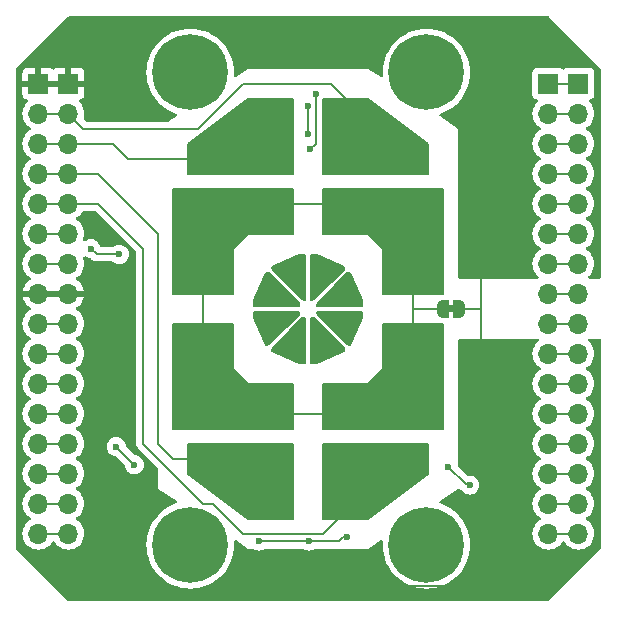
<source format=gbr>
G04 #@! TF.GenerationSoftware,KiCad,Pcbnew,8.0.6*
G04 #@! TF.CreationDate,2025-01-16T18:06:10-08:00*
G04 #@! TF.ProjectId,levitas_daughterboard,6c657669-7461-4735-9f64-617567687465,rev?*
G04 #@! TF.SameCoordinates,Original*
G04 #@! TF.FileFunction,Copper,L1,Top*
G04 #@! TF.FilePolarity,Positive*
%FSLAX46Y46*%
G04 Gerber Fmt 4.6, Leading zero omitted, Abs format (unit mm)*
G04 Created by KiCad (PCBNEW 8.0.6) date 2025-01-16 18:06:10*
%MOMM*%
%LPD*%
G01*
G04 APERTURE LIST*
G04 Aperture macros list*
%AMFreePoly0*
4,1,19,0.500000,-0.750000,0.000000,-0.750000,0.000000,-0.744911,-0.071157,-0.744911,-0.207708,-0.704816,-0.327430,-0.627875,-0.420627,-0.520320,-0.479746,-0.390866,-0.500000,-0.250000,-0.500000,0.250000,-0.479746,0.390866,-0.420627,0.520320,-0.327430,0.627875,-0.207708,0.704816,-0.071157,0.744911,0.000000,0.744911,0.000000,0.750000,0.500000,0.750000,0.500000,-0.750000,0.500000,-0.750000,
$1*%
%AMFreePoly1*
4,1,19,0.000000,0.744911,0.071157,0.744911,0.207708,0.704816,0.327430,0.627875,0.420627,0.520320,0.479746,0.390866,0.500000,0.250000,0.500000,-0.250000,0.479746,-0.390866,0.420627,-0.520320,0.327430,-0.627875,0.207708,-0.704816,0.071157,-0.744911,0.000000,-0.744911,0.000000,-0.750000,-0.500000,-0.750000,-0.500000,0.750000,0.000000,0.750000,0.000000,0.744911,0.000000,0.744911,
$1*%
G04 Aperture macros list end*
G04 #@! TA.AperFunction,Conductor*
%ADD10C,0.200000*%
G04 #@! TD*
G04 #@! TA.AperFunction,EtchedComponent*
%ADD11C,0.000000*%
G04 #@! TD*
G04 #@! TA.AperFunction,ComponentPad*
%ADD12R,1.700000X1.700000*%
G04 #@! TD*
G04 #@! TA.AperFunction,ComponentPad*
%ADD13O,1.700000X1.700000*%
G04 #@! TD*
G04 #@! TA.AperFunction,ComponentPad*
%ADD14C,0.800000*%
G04 #@! TD*
G04 #@! TA.AperFunction,ComponentPad*
%ADD15C,6.400000*%
G04 #@! TD*
G04 #@! TA.AperFunction,SMDPad,CuDef*
%ADD16FreePoly0,0.000000*%
G04 #@! TD*
G04 #@! TA.AperFunction,SMDPad,CuDef*
%ADD17FreePoly1,0.000000*%
G04 #@! TD*
G04 #@! TA.AperFunction,ComponentPad*
%ADD18C,2.000000*%
G04 #@! TD*
G04 #@! TA.AperFunction,ViaPad*
%ADD19C,0.600000*%
G04 #@! TD*
G04 APERTURE END LIST*
D10*
G04 #@! TO.N,Net-(J8-Pin_1)*
X145288000Y-89712800D02*
X147777200Y-92202000D01*
X147828000Y-92456000D01*
X145542000Y-93472000D01*
X145034000Y-93472000D01*
X145034000Y-89662000D01*
X145288000Y-89712800D01*
G04 #@! TA.AperFunction,Conductor*
G36*
X145288000Y-89712800D02*
G01*
X147777200Y-92202000D01*
X147828000Y-92456000D01*
X145542000Y-93472000D01*
X145034000Y-93472000D01*
X145034000Y-89662000D01*
X145288000Y-89712800D01*
G37*
G04 #@! TD.AperFunction*
G04 #@! TO.N,Net-(J5-Pin_1)*
X144526000Y-93472000D02*
X144018000Y-93472000D01*
X141732000Y-92456000D01*
X141782800Y-92202000D01*
X144272000Y-89712800D01*
X144526000Y-89662000D01*
X144526000Y-93472000D01*
G04 #@! TA.AperFunction,Conductor*
G36*
X144526000Y-93472000D02*
G01*
X144018000Y-93472000D01*
X141732000Y-92456000D01*
X141782800Y-92202000D01*
X144272000Y-89712800D01*
X144526000Y-89662000D01*
X144526000Y-93472000D01*
G37*
G04 #@! TD.AperFunction*
G04 #@! TO.N,Net-(J1-Pin_5)*
X154940000Y-102870000D02*
X149860000Y-106680000D01*
X146050000Y-106680000D01*
X146050000Y-100330000D01*
X154940000Y-100330000D01*
X154940000Y-102870000D01*
G04 #@! TA.AperFunction,Conductor*
G36*
X154940000Y-102870000D02*
G01*
X149860000Y-106680000D01*
X146050000Y-106680000D01*
X146050000Y-100330000D01*
X154940000Y-100330000D01*
X154940000Y-102870000D01*
G37*
G04 #@! TD.AperFunction*
G04 #@! TO.N,Net-(J1-Pin_3)*
X143510000Y-77470000D02*
X134620000Y-77470000D01*
X134620000Y-74930000D01*
X139700000Y-71120000D01*
X143510000Y-71120000D01*
X143510000Y-77470000D01*
G04 #@! TA.AperFunction,Conductor*
G36*
X143510000Y-77470000D02*
G01*
X134620000Y-77470000D01*
X134620000Y-74930000D01*
X139700000Y-71120000D01*
X143510000Y-71120000D01*
X143510000Y-77470000D01*
G37*
G04 #@! TD.AperFunction*
G04 #@! TO.N,Net-(J12-Pin_1)*
X149352000Y-88138000D02*
X149352000Y-88646000D01*
X145542000Y-88646000D01*
X145592800Y-88392000D01*
X148082000Y-85902800D01*
X148336000Y-85852000D01*
X149352000Y-88138000D01*
G04 #@! TA.AperFunction,Conductor*
G36*
X149352000Y-88138000D02*
G01*
X149352000Y-88646000D01*
X145542000Y-88646000D01*
X145592800Y-88392000D01*
X148082000Y-85902800D01*
X148336000Y-85852000D01*
X149352000Y-88138000D01*
G37*
G04 #@! TD.AperFunction*
G04 #@! TO.N,Net-(J1-Pin_4)*
X143510000Y-106680000D02*
X139700000Y-106680000D01*
X134620000Y-102870000D01*
X134620000Y-100330000D01*
X143510000Y-100330000D01*
X143510000Y-106680000D01*
G04 #@! TA.AperFunction,Conductor*
G36*
X143510000Y-106680000D02*
G01*
X139700000Y-106680000D01*
X134620000Y-102870000D01*
X134620000Y-100330000D01*
X143510000Y-100330000D01*
X143510000Y-106680000D01*
G37*
G04 #@! TD.AperFunction*
G04 #@! TO.N,GND*
X156210000Y-99060000D02*
X146050000Y-99060000D01*
X146050000Y-95250000D01*
X149860000Y-95250000D01*
X151130000Y-93980000D01*
X151130000Y-90170000D01*
X156210000Y-90170000D01*
X156210000Y-99060000D01*
G04 #@! TA.AperFunction,Conductor*
G36*
X156210000Y-99060000D02*
G01*
X146050000Y-99060000D01*
X146050000Y-95250000D01*
X149860000Y-95250000D01*
X151130000Y-93980000D01*
X151130000Y-90170000D01*
X156210000Y-90170000D01*
X156210000Y-99060000D01*
G37*
G04 #@! TD.AperFunction*
X156210000Y-87630000D02*
X151130000Y-87630000D01*
X151130000Y-83820000D01*
X149860000Y-82550000D01*
X146050000Y-82550000D01*
X146050000Y-78740000D01*
X156210000Y-78740000D01*
X156210000Y-87630000D01*
G04 #@! TA.AperFunction,Conductor*
G36*
X156210000Y-87630000D02*
G01*
X151130000Y-87630000D01*
X151130000Y-83820000D01*
X149860000Y-82550000D01*
X146050000Y-82550000D01*
X146050000Y-78740000D01*
X156210000Y-78740000D01*
X156210000Y-87630000D01*
G37*
G04 #@! TD.AperFunction*
G04 #@! TO.N,Net-(J10-Pin_1)*
X144526000Y-88138000D02*
X144272000Y-88087200D01*
X141782800Y-85598000D01*
X141732000Y-85344000D01*
X144018000Y-84328000D01*
X144526000Y-84328000D01*
X144526000Y-88138000D01*
G04 #@! TA.AperFunction,Conductor*
G36*
X144526000Y-88138000D02*
G01*
X144272000Y-88087200D01*
X141782800Y-85598000D01*
X141732000Y-85344000D01*
X144018000Y-84328000D01*
X144526000Y-84328000D01*
X144526000Y-88138000D01*
G37*
G04 #@! TD.AperFunction*
G04 #@! TO.N,GND*
X143510000Y-82550000D02*
X139700000Y-82550000D01*
X138430000Y-83820000D01*
X138430000Y-87630000D01*
X133350000Y-87630000D01*
X133350000Y-78740000D01*
X143510000Y-78740000D01*
X143510000Y-82550000D01*
G04 #@! TA.AperFunction,Conductor*
G36*
X143510000Y-82550000D02*
G01*
X139700000Y-82550000D01*
X138430000Y-83820000D01*
X138430000Y-87630000D01*
X133350000Y-87630000D01*
X133350000Y-78740000D01*
X143510000Y-78740000D01*
X143510000Y-82550000D01*
G37*
G04 #@! TD.AperFunction*
G04 #@! TO.N,Net-(J9-Pin_1)*
X141478000Y-85902800D02*
X143967200Y-88392000D01*
X144018000Y-88646000D01*
X140208000Y-88646000D01*
X140208000Y-88138000D01*
X141224000Y-85852000D01*
X141478000Y-85902800D01*
G04 #@! TA.AperFunction,Conductor*
G36*
X141478000Y-85902800D02*
G01*
X143967200Y-88392000D01*
X144018000Y-88646000D01*
X140208000Y-88646000D01*
X140208000Y-88138000D01*
X141224000Y-85852000D01*
X141478000Y-85902800D01*
G37*
G04 #@! TD.AperFunction*
G04 #@! TO.N,Net-(J7-Pin_1)*
X149352000Y-89662000D02*
X148336000Y-91948000D01*
X148082000Y-91897200D01*
X145592800Y-89408000D01*
X145542000Y-89154000D01*
X149352000Y-89154000D01*
X149352000Y-89662000D01*
G04 #@! TA.AperFunction,Conductor*
G36*
X149352000Y-89662000D02*
G01*
X148336000Y-91948000D01*
X148082000Y-91897200D01*
X145592800Y-89408000D01*
X145542000Y-89154000D01*
X149352000Y-89154000D01*
X149352000Y-89662000D01*
G37*
G04 #@! TD.AperFunction*
G04 #@! TO.N,Net-(J6-Pin_1)*
X143967200Y-89408000D02*
X141478000Y-91897200D01*
X141224000Y-91948000D01*
X140208000Y-89662000D01*
X140208000Y-89154000D01*
X144018000Y-89154000D01*
X143967200Y-89408000D01*
G04 #@! TA.AperFunction,Conductor*
G36*
X143967200Y-89408000D02*
G01*
X141478000Y-91897200D01*
X141224000Y-91948000D01*
X140208000Y-89662000D01*
X140208000Y-89154000D01*
X144018000Y-89154000D01*
X143967200Y-89408000D01*
G37*
G04 #@! TD.AperFunction*
G04 #@! TO.N,Net-(J1-Pin_2)*
X154940000Y-74930000D02*
X154940000Y-77470000D01*
X146050000Y-77470000D01*
X146050000Y-71120000D01*
X149860000Y-71120000D01*
X154940000Y-74930000D01*
G04 #@! TA.AperFunction,Conductor*
G36*
X154940000Y-74930000D02*
G01*
X154940000Y-77470000D01*
X146050000Y-77470000D01*
X146050000Y-71120000D01*
X149860000Y-71120000D01*
X154940000Y-74930000D01*
G37*
G04 #@! TD.AperFunction*
G04 #@! TO.N,Net-(J11-Pin_1)*
X147828000Y-85344000D02*
X147777200Y-85598000D01*
X145288000Y-88087200D01*
X145034000Y-88138000D01*
X145034000Y-84328000D01*
X145542000Y-84328000D01*
X147828000Y-85344000D01*
G04 #@! TA.AperFunction,Conductor*
G36*
X147828000Y-85344000D02*
G01*
X147777200Y-85598000D01*
X145288000Y-88087200D01*
X145034000Y-88138000D01*
X145034000Y-84328000D01*
X145542000Y-84328000D01*
X147828000Y-85344000D01*
G37*
G04 #@! TD.AperFunction*
G04 #@! TO.N,GND*
X138430000Y-93980000D02*
X139700000Y-95250000D01*
X143510000Y-95250000D01*
X143510000Y-99060000D01*
X133350000Y-99060000D01*
X133350000Y-90170000D01*
X138430000Y-90170000D01*
X138430000Y-93980000D01*
G04 #@! TA.AperFunction,Conductor*
G36*
X138430000Y-93980000D02*
G01*
X139700000Y-95250000D01*
X143510000Y-95250000D01*
X143510000Y-99060000D01*
X133350000Y-99060000D01*
X133350000Y-90170000D01*
X138430000Y-90170000D01*
X138430000Y-93980000D01*
G37*
G04 #@! TD.AperFunction*
D11*
G04 #@! TA.AperFunction,EtchedComponent*
G04 #@! TD*
G04 #@! TO.C,REF\u002A\u002A*
G36*
X157110000Y-89200000D02*
G01*
X156610000Y-89200000D01*
X156610000Y-88600000D01*
X157110000Y-88600000D01*
X157110000Y-89200000D01*
G37*
G04 #@! TD.AperFunction*
D12*
G04 #@! TO.P,J3,1,Pin_1*
G04 #@! TO.N,GND*
X124460000Y-69850000D03*
D13*
G04 #@! TO.P,J3,2,Pin_2*
G04 #@! TO.N,Net-(J1-Pin_2)*
X124460000Y-72390000D03*
G04 #@! TO.P,J3,3,Pin_3*
G04 #@! TO.N,Net-(J1-Pin_3)*
X124460000Y-74930000D03*
G04 #@! TO.P,J3,4,Pin_4*
G04 #@! TO.N,Net-(J1-Pin_4)*
X124460000Y-77470000D03*
G04 #@! TO.P,J3,5,Pin_5*
G04 #@! TO.N,Net-(J1-Pin_5)*
X124460000Y-80010000D03*
G04 #@! TO.P,J3,6,Pin_6*
G04 #@! TO.N,+250V*
X124460000Y-82550000D03*
G04 #@! TO.P,J3,7,Pin_7*
G04 #@! TO.N,+3.3V*
X124460000Y-85090000D03*
G04 #@! TO.P,J3,8,Pin_8*
G04 #@! TO.N,GND*
X124460000Y-87630000D03*
G04 #@! TO.P,J3,9,Pin_9*
G04 #@! TO.N,SCL4*
X124460000Y-90170000D03*
G04 #@! TO.P,J3,10,Pin_10*
G04 #@! TO.N,SDA4*
X124460000Y-92710000D03*
G04 #@! TO.P,J3,11,Pin_11*
G04 #@! TO.N,SCL3*
X124460000Y-95250000D03*
G04 #@! TO.P,J3,12,Pin_12*
G04 #@! TO.N,SDA3*
X124460000Y-97790000D03*
G04 #@! TO.P,J3,13,Pin_13*
G04 #@! TO.N,SCL2*
X124460000Y-100330000D03*
G04 #@! TO.P,J3,14,Pin_14*
G04 #@! TO.N,SDA2*
X124460000Y-102870000D03*
G04 #@! TO.P,J3,15,Pin_15*
G04 #@! TO.N,SCL1*
X124460000Y-105410000D03*
G04 #@! TO.P,J3,16,Pin_16*
G04 #@! TO.N,SDA1*
X124460000Y-107950000D03*
G04 #@! TD*
D12*
G04 #@! TO.P,J2,1,Pin_1*
G04 #@! TO.N,Net-(J2-Pin_1)*
X165100000Y-69850000D03*
D13*
G04 #@! TO.P,J2,2,Pin_2*
G04 #@! TO.N,Net-(J2-Pin_2)*
X165100000Y-72390000D03*
G04 #@! TO.P,J2,3,Pin_3*
G04 #@! TO.N,Net-(J2-Pin_3)*
X165100000Y-74930000D03*
G04 #@! TO.P,J2,4,Pin_4*
G04 #@! TO.N,Net-(J2-Pin_4)*
X165100000Y-77470000D03*
G04 #@! TO.P,J2,5,Pin_5*
G04 #@! TO.N,Net-(J2-Pin_5)*
X165100000Y-80010000D03*
G04 #@! TO.P,J2,6,Pin_6*
G04 #@! TO.N,Net-(J2-Pin_6)*
X165100000Y-82550000D03*
G04 #@! TO.P,J2,7,Pin_7*
G04 #@! TO.N,Net-(J2-Pin_7)*
X165100000Y-85090000D03*
G04 #@! TO.P,J2,8,Pin_8*
G04 #@! TO.N,Net-(J2-Pin_8)*
X165100000Y-87630000D03*
G04 #@! TO.P,J2,9,Pin_9*
G04 #@! TO.N,Net-(J2-Pin_9)*
X165100000Y-90170000D03*
G04 #@! TO.P,J2,10,Pin_10*
G04 #@! TO.N,Net-(J2-Pin_10)*
X165100000Y-92710000D03*
G04 #@! TO.P,J2,11,Pin_11*
G04 #@! TO.N,Net-(J2-Pin_11)*
X165100000Y-95250000D03*
G04 #@! TO.P,J2,12,Pin_12*
G04 #@! TO.N,Net-(J2-Pin_12)*
X165100000Y-97790000D03*
G04 #@! TO.P,J2,13,Pin_13*
G04 #@! TO.N,Net-(J2-Pin_13)*
X165100000Y-100330000D03*
G04 #@! TO.P,J2,14,Pin_14*
G04 #@! TO.N,Net-(J2-Pin_14)*
X165100000Y-102870000D03*
G04 #@! TO.P,J2,15,Pin_15*
G04 #@! TO.N,Net-(J2-Pin_15)*
X165100000Y-105410000D03*
G04 #@! TO.P,J2,16,Pin_16*
G04 #@! TO.N,Net-(J2-Pin_16)*
X165100000Y-107950000D03*
G04 #@! TD*
D14*
G04 #@! TO.P,REF\u002A\u002A,1*
G04 #@! TO.N,N/C*
X132380000Y-108900000D03*
X133082944Y-107202944D03*
X133082944Y-110597056D03*
X134780000Y-106500000D03*
D15*
X134780000Y-108900000D03*
D14*
X134780000Y-111300000D03*
X136477056Y-107202944D03*
X136477056Y-110597056D03*
X137180000Y-108900000D03*
G04 #@! TD*
G04 #@! TO.P,REF\u002A\u002A,1*
G04 #@! TO.N,N/C*
X152380000Y-108900000D03*
X153082944Y-107202944D03*
X153082944Y-110597056D03*
X154780000Y-106500000D03*
D15*
X154780000Y-108900000D03*
D14*
X154780000Y-111300000D03*
X156477056Y-107202944D03*
X156477056Y-110597056D03*
X157180000Y-108900000D03*
G04 #@! TD*
G04 #@! TO.P,REF\u002A\u002A,1*
G04 #@! TO.N,N/C*
X152380000Y-68900000D03*
X153082944Y-67202944D03*
X153082944Y-70597056D03*
X154780000Y-66500000D03*
D15*
X154780000Y-68900000D03*
D14*
X154780000Y-71300000D03*
X156477056Y-67202944D03*
X156477056Y-70597056D03*
X157180000Y-68900000D03*
G04 #@! TD*
G04 #@! TO.P,REF\u002A\u002A,1*
G04 #@! TO.N,N/C*
X132380000Y-68900000D03*
X133082944Y-67202944D03*
X133082944Y-70597056D03*
X134780000Y-66500000D03*
D15*
X134780000Y-68900000D03*
D14*
X134780000Y-71300000D03*
X136477056Y-67202944D03*
X136477056Y-70597056D03*
X137180000Y-68900000D03*
G04 #@! TD*
D16*
G04 #@! TO.P,REF\u002A\u002A,1*
G04 #@! TO.N,GND*
X156210000Y-88900000D03*
D17*
G04 #@! TO.P,REF\u002A\u002A,2*
X157510000Y-88900000D03*
G04 #@! TD*
D18*
G04 #@! TO.P,J6,1,Pin_1*
G04 #@! TO.N,Net-(J6-Pin_1)*
X141732000Y-90170000D03*
G04 #@! TD*
D12*
G04 #@! TO.P,J4,1,Pin_1*
G04 #@! TO.N,Net-(J2-Pin_1)*
X167640000Y-69850000D03*
D13*
G04 #@! TO.P,J4,2,Pin_2*
G04 #@! TO.N,Net-(J2-Pin_2)*
X167640000Y-72390000D03*
G04 #@! TO.P,J4,3,Pin_3*
G04 #@! TO.N,Net-(J2-Pin_3)*
X167640000Y-74930000D03*
G04 #@! TO.P,J4,4,Pin_4*
G04 #@! TO.N,Net-(J2-Pin_4)*
X167640000Y-77470000D03*
G04 #@! TO.P,J4,5,Pin_5*
G04 #@! TO.N,Net-(J2-Pin_5)*
X167640000Y-80010000D03*
G04 #@! TO.P,J4,6,Pin_6*
G04 #@! TO.N,Net-(J2-Pin_6)*
X167640000Y-82550000D03*
G04 #@! TO.P,J4,7,Pin_7*
G04 #@! TO.N,Net-(J2-Pin_7)*
X167640000Y-85090000D03*
G04 #@! TO.P,J4,8,Pin_8*
G04 #@! TO.N,Net-(J2-Pin_8)*
X167640000Y-87630000D03*
G04 #@! TO.P,J4,9,Pin_9*
G04 #@! TO.N,Net-(J2-Pin_9)*
X167640000Y-90170000D03*
G04 #@! TO.P,J4,10,Pin_10*
G04 #@! TO.N,Net-(J2-Pin_10)*
X167640000Y-92710000D03*
G04 #@! TO.P,J4,11,Pin_11*
G04 #@! TO.N,Net-(J2-Pin_11)*
X167640000Y-95250000D03*
G04 #@! TO.P,J4,12,Pin_12*
G04 #@! TO.N,Net-(J2-Pin_12)*
X167640000Y-97790000D03*
G04 #@! TO.P,J4,13,Pin_13*
G04 #@! TO.N,Net-(J2-Pin_13)*
X167640000Y-100330000D03*
G04 #@! TO.P,J4,14,Pin_14*
G04 #@! TO.N,Net-(J2-Pin_14)*
X167640000Y-102870000D03*
G04 #@! TO.P,J4,15,Pin_15*
G04 #@! TO.N,Net-(J2-Pin_15)*
X167640000Y-105410000D03*
G04 #@! TO.P,J4,16,Pin_16*
G04 #@! TO.N,Net-(J2-Pin_16)*
X167640000Y-107950000D03*
G04 #@! TD*
D18*
G04 #@! TO.P,J5,1,Pin_1*
G04 #@! TO.N,Net-(J5-Pin_1)*
X143510000Y-91948000D03*
G04 #@! TD*
D12*
G04 #@! TO.P,J1,1,Pin_1*
G04 #@! TO.N,GND*
X121920000Y-69850000D03*
D13*
G04 #@! TO.P,J1,2,Pin_2*
G04 #@! TO.N,Net-(J1-Pin_2)*
X121920000Y-72390000D03*
G04 #@! TO.P,J1,3,Pin_3*
G04 #@! TO.N,Net-(J1-Pin_3)*
X121920000Y-74930000D03*
G04 #@! TO.P,J1,4,Pin_4*
G04 #@! TO.N,Net-(J1-Pin_4)*
X121920000Y-77470000D03*
G04 #@! TO.P,J1,5,Pin_5*
G04 #@! TO.N,Net-(J1-Pin_5)*
X121920000Y-80010000D03*
G04 #@! TO.P,J1,6,Pin_6*
G04 #@! TO.N,+250V*
X121920000Y-82550000D03*
G04 #@! TO.P,J1,7,Pin_7*
G04 #@! TO.N,+3.3V*
X121920000Y-85090000D03*
G04 #@! TO.P,J1,8,Pin_8*
G04 #@! TO.N,GND*
X121920000Y-87630000D03*
G04 #@! TO.P,J1,9,Pin_9*
G04 #@! TO.N,SCL4*
X121920000Y-90170000D03*
G04 #@! TO.P,J1,10,Pin_10*
G04 #@! TO.N,SDA4*
X121920000Y-92710000D03*
G04 #@! TO.P,J1,11,Pin_11*
G04 #@! TO.N,SCL3*
X121920000Y-95250000D03*
G04 #@! TO.P,J1,12,Pin_12*
G04 #@! TO.N,SDA3*
X121920000Y-97790000D03*
G04 #@! TO.P,J1,13,Pin_13*
G04 #@! TO.N,SCL2*
X121920000Y-100330000D03*
G04 #@! TO.P,J1,14,Pin_14*
G04 #@! TO.N,SDA2*
X121920000Y-102870000D03*
G04 #@! TO.P,J1,15,Pin_15*
G04 #@! TO.N,SCL1*
X121920000Y-105410000D03*
G04 #@! TO.P,J1,16,Pin_16*
G04 #@! TO.N,SDA1*
X121920000Y-107950000D03*
G04 #@! TD*
D18*
G04 #@! TO.P,J9,1,Pin_1*
G04 #@! TO.N,Net-(J9-Pin_1)*
X141732000Y-87630000D03*
G04 #@! TD*
G04 #@! TO.P,J7,1,Pin_1*
G04 #@! TO.N,Net-(J7-Pin_1)*
X147828000Y-90170000D03*
G04 #@! TD*
G04 #@! TO.P,J8,1,Pin_1*
G04 #@! TO.N,Net-(J8-Pin_1)*
X146050000Y-91948000D03*
G04 #@! TD*
G04 #@! TO.P,J12,1,Pin_1*
G04 #@! TO.N,Net-(J12-Pin_1)*
X147828000Y-87630000D03*
G04 #@! TD*
G04 #@! TO.P,J11,1,Pin_1*
G04 #@! TO.N,Net-(J11-Pin_1)*
X146050000Y-85852000D03*
G04 #@! TD*
G04 #@! TO.P,J10,1,Pin_1*
G04 #@! TO.N,Net-(J10-Pin_1)*
X143510000Y-85852000D03*
G04 #@! TD*
D19*
G04 #@! TO.N,GND*
X158750000Y-93268800D03*
X129540000Y-88900000D03*
X144907000Y-75412600D03*
X142875000Y-109855000D03*
X145389600Y-70688200D03*
X147269200Y-67614800D03*
G04 #@! TO.N,+3.3V*
X126365000Y-83820000D03*
X148031200Y-108229400D03*
X128524000Y-100584000D03*
X158445200Y-103835200D03*
X140589000Y-108585000D03*
X144754600Y-74091800D03*
X144830800Y-108585000D03*
X156641800Y-102311200D03*
X144729200Y-71755000D03*
X130048000Y-102108000D03*
X128778000Y-84302600D03*
G04 #@! TD*
D10*
G04 #@! TO.N,SDA4*
X124460000Y-92710000D02*
X121920000Y-92710000D01*
G04 #@! TO.N,SCL1*
X121920000Y-105410000D02*
X124460000Y-105410000D01*
G04 #@! TO.N,Net-(J1-Pin_3)*
X129540000Y-76200000D02*
X139065000Y-76200000D01*
X121920000Y-74930000D02*
X124460000Y-74930000D01*
X128270000Y-74930000D02*
X129540000Y-76200000D01*
X124460000Y-74930000D02*
X128270000Y-74930000D01*
G04 #@! TO.N,SCL4*
X121920000Y-90170000D02*
X124460000Y-90170000D01*
G04 #@! TO.N,SDA2*
X124460000Y-102870000D02*
X121920000Y-102870000D01*
G04 #@! TO.N,SCL2*
X121920000Y-100330000D02*
X124460000Y-100330000D01*
G04 #@! TO.N,Net-(J1-Pin_4)*
X124460000Y-77470000D02*
X121920000Y-77470000D01*
X132080000Y-100330000D02*
X133350000Y-101600000D01*
X132080000Y-82550000D02*
X132080000Y-100330000D01*
X124460000Y-77470000D02*
X127000000Y-77470000D01*
X127000000Y-77470000D02*
X132080000Y-82550000D01*
X133350000Y-101600000D02*
X139065000Y-101600000D01*
G04 #@! TO.N,GND*
X120396000Y-108966000D02*
X120396000Y-87630000D01*
X159400000Y-85710000D02*
X160020000Y-85090000D01*
X157510000Y-88900000D02*
X159400000Y-88900000D01*
X153670000Y-85725000D02*
X147955000Y-80010000D01*
X158851600Y-94234000D02*
X159969200Y-94234000D01*
X159400000Y-88900000D02*
X159400000Y-85710000D01*
X147269200Y-67614800D02*
X148183600Y-67614800D01*
X147955000Y-97790000D02*
X152082500Y-93662500D01*
X127508000Y-88900000D02*
X126238000Y-87630000D01*
X139700000Y-113030000D02*
X124460000Y-113030000D01*
X135890000Y-85725000D02*
X135890000Y-92075000D01*
X158110000Y-112400000D02*
X145420000Y-112400000D01*
X145420000Y-112400000D02*
X142875000Y-109855000D01*
X147955000Y-80010000D02*
X141605000Y-80010000D01*
X158750000Y-93268800D02*
X158750000Y-94132400D01*
X159400000Y-92090000D02*
X160020000Y-92710000D01*
X142875000Y-109855000D02*
X139700000Y-113030000D01*
X145389600Y-74930000D02*
X145389600Y-70688200D01*
X129540000Y-88900000D02*
X127508000Y-88900000D01*
X120396000Y-87630000D02*
X121920000Y-87630000D01*
X144907000Y-75412600D02*
X145389600Y-74930000D01*
X138430000Y-94615000D02*
X138430000Y-95250000D01*
X160020000Y-94284800D02*
X160020000Y-110490000D01*
X124460000Y-87630000D02*
X121920000Y-87630000D01*
X158750000Y-94132400D02*
X158851600Y-94234000D01*
X159969200Y-94234000D02*
X160020000Y-94284800D01*
X160020000Y-92710000D02*
X160020000Y-94284800D01*
X153670000Y-92075000D02*
X151130000Y-94615000D01*
X138430000Y-95250000D02*
X140970000Y-97790000D01*
X151130000Y-83185000D02*
X147955000Y-80010000D01*
X140970000Y-97790000D02*
X147955000Y-97790000D01*
X153670000Y-88773000D02*
X153670000Y-85725000D01*
X124460000Y-113030000D02*
X120396000Y-108966000D01*
X148183600Y-67614800D02*
X148234400Y-67564000D01*
X129540000Y-93345000D02*
X129540000Y-93980000D01*
X126238000Y-87630000D02*
X124460000Y-87630000D01*
X159400000Y-88900000D02*
X159400000Y-92090000D01*
X141605000Y-80010000D02*
X135890000Y-85725000D01*
X129540000Y-93980000D02*
X129540000Y-94615000D01*
X156210000Y-88900000D02*
X153670000Y-88900000D01*
X121920000Y-69850000D02*
X124460000Y-69850000D01*
X153670000Y-88773000D02*
X153670000Y-92075000D01*
X160020000Y-110490000D02*
X158110000Y-112400000D01*
X135890000Y-92075000D02*
X138430000Y-94615000D01*
X153670000Y-88900000D02*
X153670000Y-88773000D01*
G04 #@! TO.N,Net-(J1-Pin_5)*
X127000000Y-80010000D02*
X124460000Y-80010000D01*
X130810000Y-83820000D02*
X130810000Y-100330000D01*
X146050000Y-107950000D02*
X150495000Y-103505000D01*
X121920000Y-80010000D02*
X124460000Y-80010000D01*
X130810000Y-83820000D02*
X127000000Y-80010000D01*
X135890000Y-105410000D02*
X136735734Y-105410000D01*
X130810000Y-100330000D02*
X135890000Y-105410000D01*
X136735734Y-105410000D02*
X139275734Y-107950000D01*
X139275734Y-107950000D02*
X146050000Y-107950000D01*
G04 #@! TO.N,SCL3*
X121920000Y-95250000D02*
X124460000Y-95250000D01*
G04 #@! TO.N,+250V*
X124460000Y-82550000D02*
X121920000Y-82550000D01*
G04 #@! TO.N,Net-(J1-Pin_2)*
X124460000Y-72390000D02*
X121920000Y-72390000D01*
X139275734Y-69850000D02*
X135465734Y-73660000D01*
X135465734Y-73660000D02*
X125730000Y-73660000D01*
X125730000Y-73660000D02*
X124460000Y-72390000D01*
X146685000Y-69850000D02*
X139275734Y-69850000D01*
X151130000Y-74295000D02*
X146685000Y-69850000D01*
G04 #@! TO.N,SDA3*
X124460000Y-97790000D02*
X121920000Y-97790000D01*
G04 #@! TO.N,SDA1*
X124460000Y-107950000D02*
X121920000Y-107950000D01*
G04 #@! TO.N,+3.3V*
X148031200Y-108229400D02*
X147701000Y-108229400D01*
X121920000Y-85090000D02*
X124460000Y-85090000D01*
X144754600Y-74091800D02*
X144754600Y-71780400D01*
X128524000Y-100584000D02*
X130048000Y-102108000D01*
X158445200Y-103835200D02*
X158369000Y-103759000D01*
X144754600Y-71780400D02*
X144729200Y-71755000D01*
X158089600Y-103759000D02*
X156641800Y-102311200D01*
X147345400Y-108585000D02*
X144830800Y-108585000D01*
X128778000Y-84302600D02*
X126847600Y-84302600D01*
X158369000Y-103759000D02*
X158089600Y-103759000D01*
X126847600Y-84302600D02*
X126365000Y-83820000D01*
X147701000Y-108229400D02*
X147345400Y-108585000D01*
X144830800Y-108585000D02*
X140589000Y-108585000D01*
G04 #@! TO.N,Net-(J2-Pin_3)*
X165100000Y-74930000D02*
X167640000Y-74930000D01*
G04 #@! TO.N,Net-(J2-Pin_1)*
X165100000Y-69850000D02*
X167640000Y-69850000D01*
G04 #@! TO.N,Net-(J2-Pin_10)*
X167640000Y-92710000D02*
X165100000Y-92710000D01*
G04 #@! TO.N,Net-(J2-Pin_9)*
X165100000Y-90170000D02*
X167640000Y-90170000D01*
G04 #@! TO.N,Net-(J2-Pin_2)*
X167640000Y-72390000D02*
X165100000Y-72390000D01*
G04 #@! TO.N,Net-(J2-Pin_6)*
X167640000Y-82550000D02*
X165100000Y-82550000D01*
G04 #@! TO.N,Net-(J2-Pin_5)*
X165100000Y-80010000D02*
X167640000Y-80010000D01*
G04 #@! TO.N,Net-(J2-Pin_16)*
X167640000Y-107950000D02*
X165100000Y-107950000D01*
G04 #@! TO.N,Net-(J2-Pin_8)*
X167640000Y-87630000D02*
X165100000Y-87630000D01*
G04 #@! TO.N,Net-(J2-Pin_7)*
X165100000Y-85090000D02*
X167640000Y-85090000D01*
G04 #@! TO.N,Net-(J2-Pin_11)*
X165100000Y-95250000D02*
X167640000Y-95250000D01*
G04 #@! TO.N,Net-(J2-Pin_13)*
X165100000Y-100330000D02*
X167640000Y-100330000D01*
G04 #@! TO.N,Net-(J2-Pin_14)*
X167640000Y-102870000D02*
X165100000Y-102870000D01*
G04 #@! TO.N,Net-(J2-Pin_4)*
X167640000Y-77470000D02*
X165100000Y-77470000D01*
G04 #@! TO.N,Net-(J2-Pin_12)*
X167640000Y-97790000D02*
X165100000Y-97790000D01*
G04 #@! TO.N,Net-(J2-Pin_15)*
X165100000Y-105410000D02*
X167640000Y-105410000D01*
G04 #@! TD*
G04 #@! TA.AperFunction,Conductor*
G04 #@! TO.N,GND*
G36*
X165115677Y-64154685D02*
G01*
X165136319Y-64171319D01*
X169508681Y-68543681D01*
X169542166Y-68605004D01*
X169545000Y-68631362D01*
X169545000Y-86236000D01*
X169525315Y-86303039D01*
X169472511Y-86348794D01*
X169421000Y-86360000D01*
X168574056Y-86360000D01*
X168507017Y-86340315D01*
X168461262Y-86287511D01*
X168451318Y-86218353D01*
X168480343Y-86154797D01*
X168502931Y-86134426D01*
X168504429Y-86133376D01*
X168511401Y-86128495D01*
X168678495Y-85961401D01*
X168814035Y-85767830D01*
X168913903Y-85553663D01*
X168975063Y-85325408D01*
X168995659Y-85090000D01*
X168975063Y-84854592D01*
X168913903Y-84626337D01*
X168814035Y-84412171D01*
X168751081Y-84322262D01*
X168678494Y-84218597D01*
X168511402Y-84051506D01*
X168511396Y-84051501D01*
X168325842Y-83921575D01*
X168282217Y-83866998D01*
X168275023Y-83797500D01*
X168306546Y-83735145D01*
X168325842Y-83718425D01*
X168377269Y-83682415D01*
X168511401Y-83588495D01*
X168678495Y-83421401D01*
X168814035Y-83227830D01*
X168913903Y-83013663D01*
X168975063Y-82785408D01*
X168995659Y-82550000D01*
X168975063Y-82314592D01*
X168913903Y-82086337D01*
X168814035Y-81872171D01*
X168678495Y-81678599D01*
X168678494Y-81678597D01*
X168511402Y-81511506D01*
X168511396Y-81511501D01*
X168325842Y-81381575D01*
X168282217Y-81326998D01*
X168275023Y-81257500D01*
X168306546Y-81195145D01*
X168325842Y-81178425D01*
X168348026Y-81162891D01*
X168511401Y-81048495D01*
X168678495Y-80881401D01*
X168814035Y-80687830D01*
X168913903Y-80473663D01*
X168975063Y-80245408D01*
X168995659Y-80010000D01*
X168975063Y-79774592D01*
X168913903Y-79546337D01*
X168814035Y-79332171D01*
X168814034Y-79332169D01*
X168678494Y-79138597D01*
X168511402Y-78971506D01*
X168511396Y-78971501D01*
X168325842Y-78841575D01*
X168282217Y-78786998D01*
X168275023Y-78717500D01*
X168306546Y-78655145D01*
X168325842Y-78638425D01*
X168348026Y-78622891D01*
X168511401Y-78508495D01*
X168678495Y-78341401D01*
X168814035Y-78147830D01*
X168913903Y-77933663D01*
X168975063Y-77705408D01*
X168995659Y-77470000D01*
X168975063Y-77234592D01*
X168913903Y-77006337D01*
X168814035Y-76792171D01*
X168814034Y-76792169D01*
X168678494Y-76598597D01*
X168511402Y-76431506D01*
X168511396Y-76431501D01*
X168325842Y-76301575D01*
X168282217Y-76246998D01*
X168275023Y-76177500D01*
X168306546Y-76115145D01*
X168325842Y-76098425D01*
X168348026Y-76082891D01*
X168511401Y-75968495D01*
X168678495Y-75801401D01*
X168814035Y-75607830D01*
X168913903Y-75393663D01*
X168975063Y-75165408D01*
X168995659Y-74930000D01*
X168975063Y-74694592D01*
X168913903Y-74466337D01*
X168814035Y-74252171D01*
X168678495Y-74058599D01*
X168678494Y-74058597D01*
X168511402Y-73891506D01*
X168511396Y-73891501D01*
X168325842Y-73761575D01*
X168282217Y-73706998D01*
X168275023Y-73637500D01*
X168306546Y-73575145D01*
X168325842Y-73558425D01*
X168348026Y-73542891D01*
X168511401Y-73428495D01*
X168678495Y-73261401D01*
X168814035Y-73067830D01*
X168913903Y-72853663D01*
X168975063Y-72625408D01*
X168995659Y-72390000D01*
X168975063Y-72154592D01*
X168913903Y-71926337D01*
X168814035Y-71712171D01*
X168773152Y-71653784D01*
X168678496Y-71518600D01*
X168678495Y-71518599D01*
X168556567Y-71396671D01*
X168523084Y-71335351D01*
X168528068Y-71265659D01*
X168569939Y-71209725D01*
X168600915Y-71192810D01*
X168732331Y-71143796D01*
X168847546Y-71057546D01*
X168933796Y-70942331D01*
X168984091Y-70807483D01*
X168990500Y-70747873D01*
X168990499Y-68952128D01*
X168984091Y-68892517D01*
X168982150Y-68887314D01*
X168933797Y-68757671D01*
X168933793Y-68757664D01*
X168847547Y-68642455D01*
X168847544Y-68642452D01*
X168732335Y-68556206D01*
X168732328Y-68556202D01*
X168597482Y-68505908D01*
X168597483Y-68505908D01*
X168537883Y-68499501D01*
X168537881Y-68499500D01*
X168537873Y-68499500D01*
X168537864Y-68499500D01*
X166742129Y-68499500D01*
X166742123Y-68499501D01*
X166682516Y-68505908D01*
X166547671Y-68556202D01*
X166547669Y-68556203D01*
X166444311Y-68633578D01*
X166378847Y-68657995D01*
X166310574Y-68643144D01*
X166295689Y-68633578D01*
X166192330Y-68556203D01*
X166192328Y-68556202D01*
X166057482Y-68505908D01*
X166057483Y-68505908D01*
X165997883Y-68499501D01*
X165997881Y-68499500D01*
X165997873Y-68499500D01*
X165997864Y-68499500D01*
X164202129Y-68499500D01*
X164202123Y-68499501D01*
X164142516Y-68505908D01*
X164007671Y-68556202D01*
X164007664Y-68556206D01*
X163892455Y-68642452D01*
X163892452Y-68642455D01*
X163806206Y-68757664D01*
X163806202Y-68757671D01*
X163755908Y-68892517D01*
X163755104Y-68900000D01*
X163749501Y-68952123D01*
X163749500Y-68952135D01*
X163749500Y-70747870D01*
X163749501Y-70747876D01*
X163755908Y-70807483D01*
X163806202Y-70942328D01*
X163806206Y-70942335D01*
X163892452Y-71057544D01*
X163892455Y-71057547D01*
X164007664Y-71143793D01*
X164007671Y-71143797D01*
X164139081Y-71192810D01*
X164195015Y-71234681D01*
X164219432Y-71300145D01*
X164204580Y-71368418D01*
X164183430Y-71396673D01*
X164061503Y-71518600D01*
X163925965Y-71712169D01*
X163925964Y-71712171D01*
X163826098Y-71926335D01*
X163826094Y-71926344D01*
X163764938Y-72154586D01*
X163764936Y-72154596D01*
X163744341Y-72389999D01*
X163744341Y-72390000D01*
X163764936Y-72625403D01*
X163764938Y-72625413D01*
X163826094Y-72853655D01*
X163826096Y-72853659D01*
X163826097Y-72853663D01*
X163905145Y-73023181D01*
X163925965Y-73067830D01*
X163925967Y-73067834D01*
X164034281Y-73222521D01*
X164061501Y-73261396D01*
X164061506Y-73261402D01*
X164228597Y-73428493D01*
X164228603Y-73428498D01*
X164414158Y-73558425D01*
X164457783Y-73613002D01*
X164464977Y-73682500D01*
X164433454Y-73744855D01*
X164414158Y-73761575D01*
X164228597Y-73891505D01*
X164061505Y-74058597D01*
X163925965Y-74252169D01*
X163925964Y-74252171D01*
X163826098Y-74466335D01*
X163826094Y-74466344D01*
X163764938Y-74694586D01*
X163764936Y-74694596D01*
X163744341Y-74929999D01*
X163744341Y-74930000D01*
X163764936Y-75165403D01*
X163764938Y-75165413D01*
X163826094Y-75393655D01*
X163826096Y-75393659D01*
X163826097Y-75393663D01*
X163895519Y-75542539D01*
X163925965Y-75607830D01*
X163925967Y-75607834D01*
X164034281Y-75762521D01*
X164061501Y-75801396D01*
X164061506Y-75801402D01*
X164228597Y-75968493D01*
X164228603Y-75968498D01*
X164414158Y-76098425D01*
X164457783Y-76153002D01*
X164464977Y-76222500D01*
X164433454Y-76284855D01*
X164414158Y-76301575D01*
X164228597Y-76431505D01*
X164061505Y-76598597D01*
X163925965Y-76792169D01*
X163925964Y-76792171D01*
X163826098Y-77006335D01*
X163826094Y-77006344D01*
X163764938Y-77234586D01*
X163764936Y-77234596D01*
X163744341Y-77469999D01*
X163744341Y-77470000D01*
X163764936Y-77705403D01*
X163764938Y-77705413D01*
X163826094Y-77933655D01*
X163826096Y-77933659D01*
X163826097Y-77933663D01*
X163892237Y-78075500D01*
X163925965Y-78147830D01*
X163925967Y-78147834D01*
X164034281Y-78302521D01*
X164061501Y-78341396D01*
X164061506Y-78341402D01*
X164228597Y-78508493D01*
X164228603Y-78508498D01*
X164414158Y-78638425D01*
X164457783Y-78693002D01*
X164464977Y-78762500D01*
X164433454Y-78824855D01*
X164414158Y-78841575D01*
X164228597Y-78971505D01*
X164061505Y-79138597D01*
X163925965Y-79332169D01*
X163925964Y-79332171D01*
X163826098Y-79546335D01*
X163826094Y-79546344D01*
X163764938Y-79774586D01*
X163764936Y-79774596D01*
X163744341Y-80009999D01*
X163744341Y-80010000D01*
X163764936Y-80245403D01*
X163764938Y-80245413D01*
X163826094Y-80473655D01*
X163826096Y-80473659D01*
X163826097Y-80473663D01*
X163898839Y-80629658D01*
X163925965Y-80687830D01*
X163925967Y-80687834D01*
X164034281Y-80842521D01*
X164061501Y-80881396D01*
X164061506Y-80881402D01*
X164228597Y-81048493D01*
X164228603Y-81048498D01*
X164414158Y-81178425D01*
X164457783Y-81233002D01*
X164464977Y-81302500D01*
X164433454Y-81364855D01*
X164414158Y-81381575D01*
X164228597Y-81511505D01*
X164061505Y-81678597D01*
X163925965Y-81872169D01*
X163925964Y-81872171D01*
X163826098Y-82086335D01*
X163826094Y-82086344D01*
X163764938Y-82314586D01*
X163764936Y-82314596D01*
X163744341Y-82549999D01*
X163744341Y-82550000D01*
X163764936Y-82785403D01*
X163764938Y-82785413D01*
X163826094Y-83013655D01*
X163826096Y-83013659D01*
X163826097Y-83013663D01*
X163906004Y-83185023D01*
X163925965Y-83227830D01*
X163925967Y-83227834D01*
X163988919Y-83317738D01*
X164061501Y-83421396D01*
X164061506Y-83421402D01*
X164228597Y-83588493D01*
X164228603Y-83588498D01*
X164414158Y-83718425D01*
X164457783Y-83773002D01*
X164464977Y-83842500D01*
X164433454Y-83904855D01*
X164414158Y-83921575D01*
X164228597Y-84051505D01*
X164061505Y-84218597D01*
X163925965Y-84412169D01*
X163925964Y-84412171D01*
X163826098Y-84626335D01*
X163826094Y-84626344D01*
X163764938Y-84854586D01*
X163764936Y-84854596D01*
X163744341Y-85089999D01*
X163744341Y-85090000D01*
X163764936Y-85325403D01*
X163764938Y-85325413D01*
X163826094Y-85553655D01*
X163826096Y-85553659D01*
X163826097Y-85553663D01*
X163906004Y-85725023D01*
X163925965Y-85767830D01*
X163925967Y-85767834D01*
X164034281Y-85922521D01*
X164061505Y-85961401D01*
X164228599Y-86128495D01*
X164233923Y-86132223D01*
X164237069Y-86134426D01*
X164280693Y-86189003D01*
X164287885Y-86258502D01*
X164256362Y-86320856D01*
X164196132Y-86356269D01*
X164165944Y-86360000D01*
X157604000Y-86360000D01*
X157536961Y-86340315D01*
X157491206Y-86287511D01*
X157480000Y-86236000D01*
X157480000Y-73659999D01*
X155935002Y-72630000D01*
X155890141Y-72576435D01*
X155881361Y-72507119D01*
X155911450Y-72444060D01*
X155959344Y-72411063D01*
X156287194Y-72285214D01*
X156632789Y-72109125D01*
X156958084Y-71897876D01*
X157259516Y-71653781D01*
X157533781Y-71379516D01*
X157777876Y-71078084D01*
X157989125Y-70752789D01*
X158165214Y-70407194D01*
X158304214Y-70045087D01*
X158404602Y-69670433D01*
X158465278Y-69287338D01*
X158485578Y-68900000D01*
X158465278Y-68512662D01*
X158404602Y-68129567D01*
X158304214Y-67754913D01*
X158165214Y-67392806D01*
X157989125Y-67047211D01*
X157777876Y-66721916D01*
X157533781Y-66420484D01*
X157259516Y-66146219D01*
X156958084Y-65902124D01*
X156958082Y-65902122D01*
X156632793Y-65690877D01*
X156287197Y-65514787D01*
X155925094Y-65375788D01*
X155925087Y-65375786D01*
X155550433Y-65275398D01*
X155550429Y-65275397D01*
X155550428Y-65275397D01*
X155167339Y-65214722D01*
X154780001Y-65194422D01*
X154779999Y-65194422D01*
X154392660Y-65214722D01*
X154009572Y-65275397D01*
X154009570Y-65275397D01*
X153634905Y-65375788D01*
X153272802Y-65514787D01*
X152927206Y-65690877D01*
X152601917Y-65902122D01*
X152300488Y-66146215D01*
X152300480Y-66146222D01*
X152026222Y-66420480D01*
X152026215Y-66420488D01*
X151782122Y-66721917D01*
X151570877Y-67047206D01*
X151394787Y-67392802D01*
X151255788Y-67754905D01*
X151155397Y-68129570D01*
X151155397Y-68129572D01*
X151094722Y-68512660D01*
X151074422Y-68899999D01*
X151074422Y-68900000D01*
X151088082Y-69160648D01*
X151071933Y-69228626D01*
X151021596Y-69277082D01*
X150953053Y-69290631D01*
X150895469Y-69270312D01*
X149860001Y-68580000D01*
X149860000Y-68580000D01*
X139700000Y-68580000D01*
X139699999Y-68580000D01*
X138664530Y-69270312D01*
X138597831Y-69291120D01*
X138530470Y-69272565D01*
X138483834Y-69220537D01*
X138471917Y-69160650D01*
X138485578Y-68900000D01*
X138465278Y-68512662D01*
X138404602Y-68129567D01*
X138304214Y-67754913D01*
X138165214Y-67392806D01*
X137989125Y-67047211D01*
X137777876Y-66721916D01*
X137533781Y-66420484D01*
X137259516Y-66146219D01*
X136958084Y-65902124D01*
X136958082Y-65902122D01*
X136632793Y-65690877D01*
X136287197Y-65514787D01*
X135925094Y-65375788D01*
X135925087Y-65375786D01*
X135550433Y-65275398D01*
X135550429Y-65275397D01*
X135550428Y-65275397D01*
X135167339Y-65214722D01*
X134780001Y-65194422D01*
X134779999Y-65194422D01*
X134392660Y-65214722D01*
X134009572Y-65275397D01*
X134009570Y-65275397D01*
X133634905Y-65375788D01*
X133272802Y-65514787D01*
X132927206Y-65690877D01*
X132601917Y-65902122D01*
X132300488Y-66146215D01*
X132300480Y-66146222D01*
X132026222Y-66420480D01*
X132026215Y-66420488D01*
X131782122Y-66721917D01*
X131570877Y-67047206D01*
X131394787Y-67392802D01*
X131255788Y-67754905D01*
X131155397Y-68129570D01*
X131155397Y-68129572D01*
X131094722Y-68512660D01*
X131074422Y-68899999D01*
X131074422Y-68900000D01*
X131094722Y-69287339D01*
X131155397Y-69670427D01*
X131155397Y-69670429D01*
X131255788Y-70045094D01*
X131394787Y-70407197D01*
X131570877Y-70752793D01*
X131782122Y-71078082D01*
X131923556Y-71252738D01*
X132026219Y-71379516D01*
X132300484Y-71653781D01*
X132300488Y-71653784D01*
X132601917Y-71897877D01*
X132927206Y-72109122D01*
X132927211Y-72109125D01*
X133272806Y-72285214D01*
X133600653Y-72411062D01*
X133656184Y-72453464D01*
X133679977Y-72519158D01*
X133664475Y-72587286D01*
X133624997Y-72630000D01*
X133011989Y-73038674D01*
X132945290Y-73059482D01*
X132943206Y-73059500D01*
X126030097Y-73059500D01*
X125963058Y-73039815D01*
X125942416Y-73023181D01*
X125792766Y-72873531D01*
X125759281Y-72812208D01*
X125760672Y-72753757D01*
X125761863Y-72749309D01*
X125795063Y-72625408D01*
X125815659Y-72390000D01*
X125795063Y-72154592D01*
X125733903Y-71926337D01*
X125634035Y-71712171D01*
X125593152Y-71653784D01*
X125498496Y-71518600D01*
X125498495Y-71518599D01*
X125376179Y-71396283D01*
X125342696Y-71334963D01*
X125347680Y-71265271D01*
X125389551Y-71209337D01*
X125420529Y-71192422D01*
X125552086Y-71143354D01*
X125552093Y-71143350D01*
X125667187Y-71057190D01*
X125667190Y-71057187D01*
X125753350Y-70942093D01*
X125753354Y-70942086D01*
X125803596Y-70807379D01*
X125803598Y-70807372D01*
X125809999Y-70747844D01*
X125810000Y-70747827D01*
X125810000Y-70100000D01*
X124893012Y-70100000D01*
X124925925Y-70042993D01*
X124960000Y-69915826D01*
X124960000Y-69784174D01*
X124925925Y-69657007D01*
X124893012Y-69600000D01*
X125810000Y-69600000D01*
X125810000Y-68952172D01*
X125809999Y-68952155D01*
X125803598Y-68892627D01*
X125803596Y-68892620D01*
X125753354Y-68757913D01*
X125753350Y-68757906D01*
X125667190Y-68642812D01*
X125667187Y-68642809D01*
X125552093Y-68556649D01*
X125552086Y-68556645D01*
X125417379Y-68506403D01*
X125417372Y-68506401D01*
X125357844Y-68500000D01*
X124710000Y-68500000D01*
X124710000Y-69416988D01*
X124652993Y-69384075D01*
X124525826Y-69350000D01*
X124394174Y-69350000D01*
X124267007Y-69384075D01*
X124210000Y-69416988D01*
X124210000Y-68500000D01*
X123562155Y-68500000D01*
X123502627Y-68506401D01*
X123502620Y-68506403D01*
X123367913Y-68556645D01*
X123367911Y-68556647D01*
X123264311Y-68634202D01*
X123198847Y-68658619D01*
X123130574Y-68643768D01*
X123115689Y-68634202D01*
X123012088Y-68556647D01*
X123012086Y-68556645D01*
X122877379Y-68506403D01*
X122877372Y-68506401D01*
X122817844Y-68500000D01*
X122170000Y-68500000D01*
X122170000Y-69416988D01*
X122112993Y-69384075D01*
X121985826Y-69350000D01*
X121854174Y-69350000D01*
X121727007Y-69384075D01*
X121670000Y-69416988D01*
X121670000Y-68500000D01*
X121022155Y-68500000D01*
X120962627Y-68506401D01*
X120962620Y-68506403D01*
X120827913Y-68556645D01*
X120827906Y-68556649D01*
X120712812Y-68642809D01*
X120712809Y-68642812D01*
X120626649Y-68757906D01*
X120626645Y-68757913D01*
X120576403Y-68892620D01*
X120576401Y-68892627D01*
X120570000Y-68952155D01*
X120570000Y-69600000D01*
X121486988Y-69600000D01*
X121454075Y-69657007D01*
X121420000Y-69784174D01*
X121420000Y-69915826D01*
X121454075Y-70042993D01*
X121486988Y-70100000D01*
X120570000Y-70100000D01*
X120570000Y-70747844D01*
X120576401Y-70807372D01*
X120576403Y-70807379D01*
X120626645Y-70942086D01*
X120626649Y-70942093D01*
X120712809Y-71057187D01*
X120712812Y-71057190D01*
X120827906Y-71143350D01*
X120827913Y-71143354D01*
X120959470Y-71192421D01*
X121015403Y-71234292D01*
X121039821Y-71299756D01*
X121024970Y-71368029D01*
X121003819Y-71396284D01*
X120881503Y-71518600D01*
X120745965Y-71712169D01*
X120745964Y-71712171D01*
X120646098Y-71926335D01*
X120646094Y-71926344D01*
X120584938Y-72154586D01*
X120584936Y-72154596D01*
X120564341Y-72389999D01*
X120564341Y-72390000D01*
X120584936Y-72625403D01*
X120584938Y-72625413D01*
X120646094Y-72853655D01*
X120646096Y-72853659D01*
X120646097Y-72853663D01*
X120725145Y-73023181D01*
X120745965Y-73067830D01*
X120745967Y-73067834D01*
X120854281Y-73222521D01*
X120881501Y-73261396D01*
X120881506Y-73261402D01*
X121048597Y-73428493D01*
X121048603Y-73428498D01*
X121234158Y-73558425D01*
X121277783Y-73613002D01*
X121284977Y-73682500D01*
X121253454Y-73744855D01*
X121234158Y-73761575D01*
X121048597Y-73891505D01*
X120881505Y-74058597D01*
X120745965Y-74252169D01*
X120745964Y-74252171D01*
X120646098Y-74466335D01*
X120646094Y-74466344D01*
X120584938Y-74694586D01*
X120584936Y-74694596D01*
X120564341Y-74929999D01*
X120564341Y-74930000D01*
X120584936Y-75165403D01*
X120584938Y-75165413D01*
X120646094Y-75393655D01*
X120646096Y-75393659D01*
X120646097Y-75393663D01*
X120715519Y-75542539D01*
X120745965Y-75607830D01*
X120745967Y-75607834D01*
X120854281Y-75762521D01*
X120881501Y-75801396D01*
X120881506Y-75801402D01*
X121048597Y-75968493D01*
X121048603Y-75968498D01*
X121234158Y-76098425D01*
X121277783Y-76153002D01*
X121284977Y-76222500D01*
X121253454Y-76284855D01*
X121234158Y-76301575D01*
X121048597Y-76431505D01*
X120881505Y-76598597D01*
X120745965Y-76792169D01*
X120745964Y-76792171D01*
X120646098Y-77006335D01*
X120646094Y-77006344D01*
X120584938Y-77234586D01*
X120584936Y-77234596D01*
X120564341Y-77469999D01*
X120564341Y-77470000D01*
X120584936Y-77705403D01*
X120584938Y-77705413D01*
X120646094Y-77933655D01*
X120646096Y-77933659D01*
X120646097Y-77933663D01*
X120712237Y-78075500D01*
X120745965Y-78147830D01*
X120745967Y-78147834D01*
X120854281Y-78302521D01*
X120881501Y-78341396D01*
X120881506Y-78341402D01*
X121048597Y-78508493D01*
X121048603Y-78508498D01*
X121234158Y-78638425D01*
X121277783Y-78693002D01*
X121284977Y-78762500D01*
X121253454Y-78824855D01*
X121234158Y-78841575D01*
X121048597Y-78971505D01*
X120881505Y-79138597D01*
X120745965Y-79332169D01*
X120745964Y-79332171D01*
X120646098Y-79546335D01*
X120646094Y-79546344D01*
X120584938Y-79774586D01*
X120584936Y-79774596D01*
X120564341Y-80009999D01*
X120564341Y-80010000D01*
X120584936Y-80245403D01*
X120584938Y-80245413D01*
X120646094Y-80473655D01*
X120646096Y-80473659D01*
X120646097Y-80473663D01*
X120718839Y-80629658D01*
X120745965Y-80687830D01*
X120745967Y-80687834D01*
X120854281Y-80842521D01*
X120881501Y-80881396D01*
X120881506Y-80881402D01*
X121048597Y-81048493D01*
X121048603Y-81048498D01*
X121234158Y-81178425D01*
X121277783Y-81233002D01*
X121284977Y-81302500D01*
X121253454Y-81364855D01*
X121234158Y-81381575D01*
X121048597Y-81511505D01*
X120881505Y-81678597D01*
X120745965Y-81872169D01*
X120745964Y-81872171D01*
X120646098Y-82086335D01*
X120646094Y-82086344D01*
X120584938Y-82314586D01*
X120584936Y-82314596D01*
X120564341Y-82549999D01*
X120564341Y-82550000D01*
X120584936Y-82785403D01*
X120584938Y-82785413D01*
X120646094Y-83013655D01*
X120646096Y-83013659D01*
X120646097Y-83013663D01*
X120726004Y-83185023D01*
X120745965Y-83227830D01*
X120745967Y-83227834D01*
X120808919Y-83317738D01*
X120881501Y-83421396D01*
X120881506Y-83421402D01*
X121048597Y-83588493D01*
X121048603Y-83588498D01*
X121234158Y-83718425D01*
X121277783Y-83773002D01*
X121284977Y-83842500D01*
X121253454Y-83904855D01*
X121234158Y-83921575D01*
X121048597Y-84051505D01*
X120881505Y-84218597D01*
X120745965Y-84412169D01*
X120745964Y-84412171D01*
X120646098Y-84626335D01*
X120646094Y-84626344D01*
X120584938Y-84854586D01*
X120584936Y-84854596D01*
X120564341Y-85089999D01*
X120564341Y-85090000D01*
X120584936Y-85325403D01*
X120584938Y-85325413D01*
X120646094Y-85553655D01*
X120646096Y-85553659D01*
X120646097Y-85553663D01*
X120726004Y-85725023D01*
X120745965Y-85767830D01*
X120745967Y-85767834D01*
X120854281Y-85922521D01*
X120881505Y-85961401D01*
X121048599Y-86128495D01*
X121176929Y-86218353D01*
X121234594Y-86258730D01*
X121278219Y-86313307D01*
X121285413Y-86382805D01*
X121253890Y-86445160D01*
X121234595Y-86461880D01*
X121048922Y-86591890D01*
X121048920Y-86591891D01*
X120881891Y-86758920D01*
X120881886Y-86758926D01*
X120746400Y-86952420D01*
X120746399Y-86952422D01*
X120646570Y-87166507D01*
X120646567Y-87166513D01*
X120589364Y-87379999D01*
X120589364Y-87380000D01*
X121486988Y-87380000D01*
X121454075Y-87437007D01*
X121420000Y-87564174D01*
X121420000Y-87695826D01*
X121454075Y-87822993D01*
X121486988Y-87880000D01*
X120589364Y-87880000D01*
X120646567Y-88093486D01*
X120646570Y-88093492D01*
X120746399Y-88307578D01*
X120881894Y-88501082D01*
X121048917Y-88668105D01*
X121234595Y-88798119D01*
X121278219Y-88852696D01*
X121285412Y-88922195D01*
X121253890Y-88984549D01*
X121234595Y-89001269D01*
X121048594Y-89131508D01*
X120881505Y-89298597D01*
X120745965Y-89492169D01*
X120745964Y-89492171D01*
X120646098Y-89706335D01*
X120646094Y-89706344D01*
X120584938Y-89934586D01*
X120584936Y-89934596D01*
X120564341Y-90169999D01*
X120564341Y-90170000D01*
X120584936Y-90405403D01*
X120584938Y-90405413D01*
X120646094Y-90633655D01*
X120646096Y-90633659D01*
X120646097Y-90633663D01*
X120726004Y-90805023D01*
X120745965Y-90847830D01*
X120745967Y-90847834D01*
X120854281Y-91002521D01*
X120881501Y-91041396D01*
X120881506Y-91041402D01*
X121048597Y-91208493D01*
X121048603Y-91208498D01*
X121234158Y-91338425D01*
X121277783Y-91393002D01*
X121284977Y-91462500D01*
X121253454Y-91524855D01*
X121234158Y-91541575D01*
X121048597Y-91671505D01*
X120881505Y-91838597D01*
X120745965Y-92032169D01*
X120745964Y-92032171D01*
X120646098Y-92246335D01*
X120646094Y-92246344D01*
X120584938Y-92474586D01*
X120584936Y-92474596D01*
X120564341Y-92709999D01*
X120564341Y-92710000D01*
X120584936Y-92945403D01*
X120584938Y-92945413D01*
X120646094Y-93173655D01*
X120646096Y-93173659D01*
X120646097Y-93173663D01*
X120726004Y-93345023D01*
X120745965Y-93387830D01*
X120745967Y-93387834D01*
X120854281Y-93542521D01*
X120881501Y-93581396D01*
X120881506Y-93581402D01*
X121048597Y-93748493D01*
X121048603Y-93748498D01*
X121234158Y-93878425D01*
X121277783Y-93933002D01*
X121284977Y-94002500D01*
X121253454Y-94064855D01*
X121234158Y-94081575D01*
X121048597Y-94211505D01*
X120881505Y-94378597D01*
X120745965Y-94572169D01*
X120745964Y-94572171D01*
X120646098Y-94786335D01*
X120646094Y-94786344D01*
X120584938Y-95014586D01*
X120584936Y-95014596D01*
X120564341Y-95249999D01*
X120564341Y-95250000D01*
X120584936Y-95485403D01*
X120584938Y-95485413D01*
X120646094Y-95713655D01*
X120646096Y-95713659D01*
X120646097Y-95713663D01*
X120726004Y-95885023D01*
X120745965Y-95927830D01*
X120745967Y-95927834D01*
X120854281Y-96082521D01*
X120881501Y-96121396D01*
X120881506Y-96121402D01*
X121048597Y-96288493D01*
X121048603Y-96288498D01*
X121234158Y-96418425D01*
X121277783Y-96473002D01*
X121284977Y-96542500D01*
X121253454Y-96604855D01*
X121234158Y-96621575D01*
X121048597Y-96751505D01*
X120881505Y-96918597D01*
X120745965Y-97112169D01*
X120745964Y-97112171D01*
X120646098Y-97326335D01*
X120646094Y-97326344D01*
X120584938Y-97554586D01*
X120584936Y-97554596D01*
X120564341Y-97789999D01*
X120564341Y-97790000D01*
X120584936Y-98025403D01*
X120584938Y-98025413D01*
X120646094Y-98253655D01*
X120646096Y-98253659D01*
X120646097Y-98253663D01*
X120726004Y-98425023D01*
X120745965Y-98467830D01*
X120745967Y-98467834D01*
X120854281Y-98622521D01*
X120881501Y-98661396D01*
X120881506Y-98661402D01*
X121048597Y-98828493D01*
X121048603Y-98828498D01*
X121234158Y-98958425D01*
X121277783Y-99013002D01*
X121284977Y-99082500D01*
X121253454Y-99144855D01*
X121234158Y-99161575D01*
X121048597Y-99291505D01*
X120881505Y-99458597D01*
X120745965Y-99652169D01*
X120745964Y-99652171D01*
X120646098Y-99866335D01*
X120646094Y-99866344D01*
X120584938Y-100094586D01*
X120584936Y-100094596D01*
X120564341Y-100329999D01*
X120564341Y-100330000D01*
X120584936Y-100565403D01*
X120584938Y-100565413D01*
X120646094Y-100793655D01*
X120646096Y-100793659D01*
X120646097Y-100793663D01*
X120711315Y-100933522D01*
X120745965Y-101007830D01*
X120745967Y-101007834D01*
X120854281Y-101162521D01*
X120881501Y-101201396D01*
X120881506Y-101201402D01*
X121048597Y-101368493D01*
X121048603Y-101368498D01*
X121234158Y-101498425D01*
X121277783Y-101553002D01*
X121284977Y-101622500D01*
X121253454Y-101684855D01*
X121234158Y-101701575D01*
X121048597Y-101831505D01*
X120881505Y-101998597D01*
X120745965Y-102192169D01*
X120745964Y-102192171D01*
X120646098Y-102406335D01*
X120646094Y-102406344D01*
X120584938Y-102634586D01*
X120584936Y-102634596D01*
X120564341Y-102869999D01*
X120564341Y-102870000D01*
X120584936Y-103105403D01*
X120584938Y-103105413D01*
X120646094Y-103333655D01*
X120646096Y-103333659D01*
X120646097Y-103333663D01*
X120716982Y-103485676D01*
X120745965Y-103547830D01*
X120745967Y-103547834D01*
X120854281Y-103702521D01*
X120881501Y-103741396D01*
X120881506Y-103741402D01*
X121048597Y-103908493D01*
X121048603Y-103908498D01*
X121234158Y-104038425D01*
X121277783Y-104093002D01*
X121284977Y-104162500D01*
X121253454Y-104224855D01*
X121234158Y-104241575D01*
X121048597Y-104371505D01*
X120881505Y-104538597D01*
X120745965Y-104732169D01*
X120745964Y-104732171D01*
X120646098Y-104946335D01*
X120646094Y-104946344D01*
X120584938Y-105174586D01*
X120584936Y-105174596D01*
X120564341Y-105409999D01*
X120564341Y-105410000D01*
X120584936Y-105645403D01*
X120584938Y-105645413D01*
X120646094Y-105873655D01*
X120646096Y-105873659D01*
X120646097Y-105873663D01*
X120726004Y-106045023D01*
X120745965Y-106087830D01*
X120745967Y-106087834D01*
X120854281Y-106242521D01*
X120881501Y-106281396D01*
X120881506Y-106281402D01*
X121048597Y-106448493D01*
X121048603Y-106448498D01*
X121234158Y-106578425D01*
X121277783Y-106633002D01*
X121284977Y-106702500D01*
X121253454Y-106764855D01*
X121234158Y-106781575D01*
X121048597Y-106911505D01*
X120881505Y-107078597D01*
X120745965Y-107272169D01*
X120745964Y-107272171D01*
X120646098Y-107486335D01*
X120646094Y-107486344D01*
X120584938Y-107714586D01*
X120584936Y-107714596D01*
X120564341Y-107949999D01*
X120564341Y-107950000D01*
X120584936Y-108185403D01*
X120584938Y-108185413D01*
X120646094Y-108413655D01*
X120646096Y-108413659D01*
X120646097Y-108413663D01*
X120719639Y-108571373D01*
X120745965Y-108627830D01*
X120745967Y-108627834D01*
X120810153Y-108719500D01*
X120881505Y-108821401D01*
X121048599Y-108988495D01*
X121053885Y-108992196D01*
X121242165Y-109124032D01*
X121242167Y-109124033D01*
X121242170Y-109124035D01*
X121456337Y-109223903D01*
X121684592Y-109285063D01*
X121872918Y-109301539D01*
X121919999Y-109305659D01*
X121920000Y-109305659D01*
X121920001Y-109305659D01*
X121959234Y-109302226D01*
X122155408Y-109285063D01*
X122383663Y-109223903D01*
X122597830Y-109124035D01*
X122791401Y-108988495D01*
X122958495Y-108821401D01*
X123088425Y-108635842D01*
X123143002Y-108592217D01*
X123212500Y-108585023D01*
X123274855Y-108616546D01*
X123291575Y-108635842D01*
X123421500Y-108821395D01*
X123421505Y-108821401D01*
X123588599Y-108988495D01*
X123593885Y-108992196D01*
X123782165Y-109124032D01*
X123782167Y-109124033D01*
X123782170Y-109124035D01*
X123996337Y-109223903D01*
X124224592Y-109285063D01*
X124412918Y-109301539D01*
X124459999Y-109305659D01*
X124460000Y-109305659D01*
X124460001Y-109305659D01*
X124499234Y-109302226D01*
X124695408Y-109285063D01*
X124923663Y-109223903D01*
X125137830Y-109124035D01*
X125331401Y-108988495D01*
X125498495Y-108821401D01*
X125634035Y-108627830D01*
X125733903Y-108413663D01*
X125795063Y-108185408D01*
X125815659Y-107950000D01*
X125795063Y-107714592D01*
X125748626Y-107541285D01*
X125733905Y-107486344D01*
X125733904Y-107486343D01*
X125733903Y-107486337D01*
X125634035Y-107272171D01*
X125628922Y-107264868D01*
X125498494Y-107078597D01*
X125331402Y-106911506D01*
X125331396Y-106911501D01*
X125145842Y-106781575D01*
X125102217Y-106726998D01*
X125095023Y-106657500D01*
X125126546Y-106595145D01*
X125145842Y-106578425D01*
X125168026Y-106562891D01*
X125331401Y-106448495D01*
X125498495Y-106281401D01*
X125634035Y-106087830D01*
X125733903Y-105873663D01*
X125795063Y-105645408D01*
X125815659Y-105410000D01*
X125795063Y-105174592D01*
X125733903Y-104946337D01*
X125634035Y-104732171D01*
X125570033Y-104640765D01*
X125498494Y-104538597D01*
X125331402Y-104371506D01*
X125331396Y-104371501D01*
X125145842Y-104241575D01*
X125102217Y-104186998D01*
X125095023Y-104117500D01*
X125126546Y-104055145D01*
X125145842Y-104038425D01*
X125180083Y-104014449D01*
X125331401Y-103908495D01*
X125498495Y-103741401D01*
X125634035Y-103547830D01*
X125733903Y-103333663D01*
X125795063Y-103105408D01*
X125815659Y-102870000D01*
X125795063Y-102634592D01*
X125733903Y-102406337D01*
X125634035Y-102192171D01*
X125591865Y-102131945D01*
X125498494Y-101998597D01*
X125331402Y-101831506D01*
X125331396Y-101831501D01*
X125145842Y-101701575D01*
X125102217Y-101646998D01*
X125095023Y-101577500D01*
X125126546Y-101515145D01*
X125145842Y-101498425D01*
X125265413Y-101414700D01*
X125331401Y-101368495D01*
X125498495Y-101201401D01*
X125634035Y-101007830D01*
X125733903Y-100793663D01*
X125790082Y-100583996D01*
X127718435Y-100583996D01*
X127718435Y-100584003D01*
X127738630Y-100763249D01*
X127738631Y-100763254D01*
X127798211Y-100933523D01*
X127844902Y-101007830D01*
X127894184Y-101086262D01*
X128021738Y-101213816D01*
X128174478Y-101309789D01*
X128344745Y-101369368D01*
X128431669Y-101379161D01*
X128496080Y-101406226D01*
X128505465Y-101414700D01*
X129217298Y-102126533D01*
X129250783Y-102187856D01*
X129252837Y-102200330D01*
X129262630Y-102287249D01*
X129322210Y-102457521D01*
X129332715Y-102474239D01*
X129418184Y-102610262D01*
X129545738Y-102737816D01*
X129698478Y-102833789D01*
X129801963Y-102870000D01*
X129868745Y-102893368D01*
X129868750Y-102893369D01*
X130047996Y-102913565D01*
X130048000Y-102913565D01*
X130048004Y-102913565D01*
X130227249Y-102893369D01*
X130227252Y-102893368D01*
X130227255Y-102893368D01*
X130397522Y-102833789D01*
X130550262Y-102737816D01*
X130677816Y-102610262D01*
X130773789Y-102457522D01*
X130833368Y-102287255D01*
X130834731Y-102275161D01*
X130853565Y-102108003D01*
X130853565Y-102107996D01*
X130833369Y-101928750D01*
X130833368Y-101928745D01*
X130773789Y-101758478D01*
X130677816Y-101605738D01*
X130550262Y-101478184D01*
X130435742Y-101406226D01*
X130397521Y-101382210D01*
X130227249Y-101322630D01*
X130140330Y-101312837D01*
X130075916Y-101285770D01*
X130066533Y-101277298D01*
X129354700Y-100565465D01*
X129321215Y-100504142D01*
X129319163Y-100491686D01*
X129309368Y-100404745D01*
X129249789Y-100234478D01*
X129153816Y-100081738D01*
X129026262Y-99954184D01*
X128873523Y-99858211D01*
X128703254Y-99798631D01*
X128703249Y-99798630D01*
X128524004Y-99778435D01*
X128523996Y-99778435D01*
X128344750Y-99798630D01*
X128344745Y-99798631D01*
X128174476Y-99858211D01*
X128021737Y-99954184D01*
X127894184Y-100081737D01*
X127798211Y-100234476D01*
X127738631Y-100404745D01*
X127738630Y-100404750D01*
X127718435Y-100583996D01*
X125790082Y-100583996D01*
X125795063Y-100565408D01*
X125815659Y-100330000D01*
X125795063Y-100094592D01*
X125733903Y-99866337D01*
X125634035Y-99652171D01*
X125498495Y-99458599D01*
X125498494Y-99458597D01*
X125331402Y-99291506D01*
X125331396Y-99291501D01*
X125145842Y-99161575D01*
X125102217Y-99106998D01*
X125095023Y-99037500D01*
X125126546Y-98975145D01*
X125145842Y-98958425D01*
X125168026Y-98942891D01*
X125331401Y-98828495D01*
X125498495Y-98661401D01*
X125634035Y-98467830D01*
X125733903Y-98253663D01*
X125795063Y-98025408D01*
X125815659Y-97790000D01*
X125795063Y-97554592D01*
X125733903Y-97326337D01*
X125634035Y-97112171D01*
X125498495Y-96918599D01*
X125498494Y-96918597D01*
X125331402Y-96751506D01*
X125331396Y-96751501D01*
X125145842Y-96621575D01*
X125102217Y-96566998D01*
X125095023Y-96497500D01*
X125126546Y-96435145D01*
X125145842Y-96418425D01*
X125168026Y-96402891D01*
X125331401Y-96288495D01*
X125498495Y-96121401D01*
X125634035Y-95927830D01*
X125733903Y-95713663D01*
X125795063Y-95485408D01*
X125815659Y-95250000D01*
X125795063Y-95014592D01*
X125733903Y-94786337D01*
X125634035Y-94572171D01*
X125498495Y-94378599D01*
X125498494Y-94378597D01*
X125331402Y-94211506D01*
X125331396Y-94211501D01*
X125145842Y-94081575D01*
X125102217Y-94026998D01*
X125095023Y-93957500D01*
X125126546Y-93895145D01*
X125145842Y-93878425D01*
X125168026Y-93862891D01*
X125331401Y-93748495D01*
X125498495Y-93581401D01*
X125634035Y-93387830D01*
X125733903Y-93173663D01*
X125795063Y-92945408D01*
X125815659Y-92710000D01*
X125795063Y-92474592D01*
X125733903Y-92246337D01*
X125634035Y-92032171D01*
X125498495Y-91838599D01*
X125498494Y-91838597D01*
X125331402Y-91671506D01*
X125331396Y-91671501D01*
X125145842Y-91541575D01*
X125102217Y-91486998D01*
X125095023Y-91417500D01*
X125126546Y-91355145D01*
X125145842Y-91338425D01*
X125168026Y-91322891D01*
X125331401Y-91208495D01*
X125498495Y-91041401D01*
X125634035Y-90847830D01*
X125733903Y-90633663D01*
X125795063Y-90405408D01*
X125815659Y-90170000D01*
X125795063Y-89934592D01*
X125733903Y-89706337D01*
X125634035Y-89492171D01*
X125498495Y-89298599D01*
X125498494Y-89298597D01*
X125331402Y-89131506D01*
X125331401Y-89131505D01*
X125145405Y-89001269D01*
X125101781Y-88946692D01*
X125094588Y-88877193D01*
X125126110Y-88814839D01*
X125145405Y-88798119D01*
X125331082Y-88668105D01*
X125498105Y-88501082D01*
X125633600Y-88307578D01*
X125733429Y-88093492D01*
X125733432Y-88093486D01*
X125790636Y-87880000D01*
X124893012Y-87880000D01*
X124925925Y-87822993D01*
X124960000Y-87695826D01*
X124960000Y-87564174D01*
X124925925Y-87437007D01*
X124893012Y-87380000D01*
X125790636Y-87380000D01*
X125790635Y-87379999D01*
X125733432Y-87166513D01*
X125733429Y-87166507D01*
X125633600Y-86952422D01*
X125633599Y-86952420D01*
X125498113Y-86758926D01*
X125498108Y-86758920D01*
X125331078Y-86591890D01*
X125145405Y-86461879D01*
X125101780Y-86407302D01*
X125094588Y-86337804D01*
X125126110Y-86275449D01*
X125145406Y-86258730D01*
X125177868Y-86236000D01*
X125331401Y-86128495D01*
X125498495Y-85961401D01*
X125634035Y-85767830D01*
X125733903Y-85553663D01*
X125795063Y-85325408D01*
X125815659Y-85090000D01*
X125795063Y-84854592D01*
X125733903Y-84626337D01*
X125733902Y-84626335D01*
X125732719Y-84621919D01*
X125734382Y-84552069D01*
X125773545Y-84494207D01*
X125837773Y-84466703D01*
X125906675Y-84478290D01*
X125918462Y-84484830D01*
X126015478Y-84545789D01*
X126185745Y-84605368D01*
X126272669Y-84615161D01*
X126337080Y-84642226D01*
X126346465Y-84650700D01*
X126362739Y-84666974D01*
X126362749Y-84666985D01*
X126367079Y-84671315D01*
X126367080Y-84671316D01*
X126478884Y-84783120D01*
X126478886Y-84783121D01*
X126478890Y-84783124D01*
X126602668Y-84854586D01*
X126615816Y-84862177D01*
X126716589Y-84889179D01*
X126716588Y-84889179D01*
X126727567Y-84892120D01*
X126768542Y-84903100D01*
X126768543Y-84903100D01*
X128195588Y-84903100D01*
X128262627Y-84922785D01*
X128272903Y-84930155D01*
X128275736Y-84932414D01*
X128275738Y-84932416D01*
X128428478Y-85028389D01*
X128598745Y-85087968D01*
X128598750Y-85087969D01*
X128777996Y-85108165D01*
X128778000Y-85108165D01*
X128778004Y-85108165D01*
X128957249Y-85087969D01*
X128957252Y-85087968D01*
X128957255Y-85087968D01*
X129127522Y-85028389D01*
X129280262Y-84932416D01*
X129407816Y-84804862D01*
X129503789Y-84652122D01*
X129563368Y-84481855D01*
X129563770Y-84478290D01*
X129583565Y-84302603D01*
X129583565Y-84302596D01*
X129563369Y-84123350D01*
X129563368Y-84123345D01*
X129553008Y-84093739D01*
X129503789Y-83953078D01*
X129473488Y-83904855D01*
X129407815Y-83800337D01*
X129280262Y-83672784D01*
X129127523Y-83576811D01*
X128957254Y-83517231D01*
X128957249Y-83517230D01*
X128778004Y-83497035D01*
X128777996Y-83497035D01*
X128598750Y-83517230D01*
X128598745Y-83517231D01*
X128428476Y-83576811D01*
X128275736Y-83672785D01*
X128272903Y-83675045D01*
X128270724Y-83675934D01*
X128269842Y-83676489D01*
X128269744Y-83676334D01*
X128208217Y-83701455D01*
X128195588Y-83702100D01*
X127259820Y-83702100D01*
X127192781Y-83682415D01*
X127147026Y-83629611D01*
X127142778Y-83619054D01*
X127090789Y-83470478D01*
X127068255Y-83434615D01*
X126994816Y-83317738D01*
X126867262Y-83190184D01*
X126809356Y-83153799D01*
X126714523Y-83094211D01*
X126544254Y-83034631D01*
X126544249Y-83034630D01*
X126365004Y-83014435D01*
X126364996Y-83014435D01*
X126185750Y-83034630D01*
X126185745Y-83034631D01*
X126015476Y-83094211D01*
X125918466Y-83155167D01*
X125851229Y-83174167D01*
X125784394Y-83153799D01*
X125739180Y-83100531D01*
X125729943Y-83031275D01*
X125732719Y-83018080D01*
X125733901Y-83013665D01*
X125733903Y-83013663D01*
X125795063Y-82785408D01*
X125815659Y-82550000D01*
X125795063Y-82314592D01*
X125733903Y-82086337D01*
X125634035Y-81872171D01*
X125498495Y-81678599D01*
X125498494Y-81678597D01*
X125331402Y-81511506D01*
X125331396Y-81511501D01*
X125145842Y-81381575D01*
X125102217Y-81326998D01*
X125095023Y-81257500D01*
X125126546Y-81195145D01*
X125145842Y-81178425D01*
X125168026Y-81162891D01*
X125331401Y-81048495D01*
X125498495Y-80881401D01*
X125634035Y-80687830D01*
X125636707Y-80682097D01*
X125682878Y-80629658D01*
X125749091Y-80610500D01*
X126699903Y-80610500D01*
X126766942Y-80630185D01*
X126787584Y-80646819D01*
X130173181Y-84032416D01*
X130206666Y-84093739D01*
X130209500Y-84120097D01*
X130209500Y-100243330D01*
X130209499Y-100243348D01*
X130209499Y-100409054D01*
X130209498Y-100409054D01*
X130250423Y-100561785D01*
X130250424Y-100561788D01*
X130252515Y-100565409D01*
X130252518Y-100565414D01*
X130329477Y-100698712D01*
X130329481Y-100698717D01*
X130448349Y-100817585D01*
X130448355Y-100817590D01*
X132043681Y-102412916D01*
X132077166Y-102474239D01*
X132080000Y-102500597D01*
X132080000Y-104140000D01*
X133624998Y-105169999D01*
X133669859Y-105223564D01*
X133678639Y-105292880D01*
X133648550Y-105355939D01*
X133600653Y-105388937D01*
X133272802Y-105514787D01*
X132927206Y-105690877D01*
X132601917Y-105902122D01*
X132300488Y-106146215D01*
X132300480Y-106146222D01*
X132026222Y-106420480D01*
X132026215Y-106420488D01*
X131782122Y-106721917D01*
X131570877Y-107047206D01*
X131394787Y-107392802D01*
X131255788Y-107754905D01*
X131155397Y-108129570D01*
X131155397Y-108129572D01*
X131094722Y-108512660D01*
X131074422Y-108899999D01*
X131074422Y-108900000D01*
X131094722Y-109287339D01*
X131155397Y-109670427D01*
X131155397Y-109670429D01*
X131255788Y-110045094D01*
X131394787Y-110407197D01*
X131570877Y-110752793D01*
X131782122Y-111078082D01*
X131782124Y-111078084D01*
X132026219Y-111379516D01*
X132300484Y-111653781D01*
X132300488Y-111653784D01*
X132601917Y-111897877D01*
X132927206Y-112109122D01*
X132927211Y-112109125D01*
X133272806Y-112285214D01*
X133634913Y-112424214D01*
X134009567Y-112524602D01*
X134392662Y-112585278D01*
X134758576Y-112604455D01*
X134779999Y-112605578D01*
X134780000Y-112605578D01*
X134780001Y-112605578D01*
X134800301Y-112604514D01*
X135167338Y-112585278D01*
X135550433Y-112524602D01*
X135925087Y-112424214D01*
X136287194Y-112285214D01*
X136632789Y-112109125D01*
X136958084Y-111897876D01*
X137259516Y-111653781D01*
X137533781Y-111379516D01*
X137777876Y-111078084D01*
X137989125Y-110752789D01*
X138165214Y-110407194D01*
X138304214Y-110045087D01*
X138404602Y-109670433D01*
X138465278Y-109287338D01*
X138485578Y-108900000D01*
X138471917Y-108639348D01*
X138488066Y-108571373D01*
X138538403Y-108522917D01*
X138606946Y-108509368D01*
X138664530Y-108529687D01*
X139699999Y-109220000D01*
X140059264Y-109220000D01*
X140125236Y-109239006D01*
X140231313Y-109305659D01*
X140239478Y-109310789D01*
X140409745Y-109370368D01*
X140409750Y-109370369D01*
X140588996Y-109390565D01*
X140589000Y-109390565D01*
X140589004Y-109390565D01*
X140768249Y-109370369D01*
X140768252Y-109370368D01*
X140768255Y-109370368D01*
X140938522Y-109310789D01*
X141052764Y-109239006D01*
X141118736Y-109220000D01*
X144301064Y-109220000D01*
X144367036Y-109239006D01*
X144473113Y-109305659D01*
X144481278Y-109310789D01*
X144651545Y-109370368D01*
X144651550Y-109370369D01*
X144830796Y-109390565D01*
X144830800Y-109390565D01*
X144830804Y-109390565D01*
X145010049Y-109370369D01*
X145010052Y-109370368D01*
X145010055Y-109370368D01*
X145180322Y-109310789D01*
X145294564Y-109239006D01*
X145360536Y-109220000D01*
X149860000Y-109220000D01*
X150895472Y-108529684D01*
X150962168Y-108508878D01*
X151029529Y-108527433D01*
X151076165Y-108579460D01*
X151088082Y-108639350D01*
X151074422Y-108899999D01*
X151074422Y-108900000D01*
X151094722Y-109287339D01*
X151155397Y-109670427D01*
X151155397Y-109670429D01*
X151255788Y-110045094D01*
X151394787Y-110407197D01*
X151570877Y-110752793D01*
X151782122Y-111078082D01*
X151782124Y-111078084D01*
X152026219Y-111379516D01*
X152300484Y-111653781D01*
X152300488Y-111653784D01*
X152601917Y-111897877D01*
X152927206Y-112109122D01*
X152927211Y-112109125D01*
X153272806Y-112285214D01*
X153634913Y-112424214D01*
X154009567Y-112524602D01*
X154392662Y-112585278D01*
X154758576Y-112604455D01*
X154779999Y-112605578D01*
X154780000Y-112605578D01*
X154780001Y-112605578D01*
X154800301Y-112604514D01*
X155167338Y-112585278D01*
X155550433Y-112524602D01*
X155925087Y-112424214D01*
X156287194Y-112285214D01*
X156632789Y-112109125D01*
X156958084Y-111897876D01*
X157259516Y-111653781D01*
X157533781Y-111379516D01*
X157777876Y-111078084D01*
X157989125Y-110752789D01*
X158165214Y-110407194D01*
X158304214Y-110045087D01*
X158404602Y-109670433D01*
X158465278Y-109287338D01*
X158485578Y-108900000D01*
X158465278Y-108512662D01*
X158404602Y-108129567D01*
X158304214Y-107754913D01*
X158165214Y-107392806D01*
X157989125Y-107047211D01*
X157900994Y-106911501D01*
X157777877Y-106721917D01*
X157533784Y-106420488D01*
X157533781Y-106420484D01*
X157259516Y-106146219D01*
X157143433Y-106052217D01*
X156958082Y-105902122D01*
X156632793Y-105690877D01*
X156287197Y-105514787D01*
X155959346Y-105388936D01*
X155903814Y-105346534D01*
X155880021Y-105280840D01*
X155895523Y-105212711D01*
X155934997Y-105170001D01*
X157480000Y-104140000D01*
X157480000Y-104139999D01*
X157480235Y-104139843D01*
X157546934Y-104119035D01*
X157614295Y-104137590D01*
X157636699Y-104155335D01*
X157720884Y-104239520D01*
X157745972Y-104254004D01*
X157788966Y-104295419D01*
X157815382Y-104337459D01*
X157815384Y-104337462D01*
X157942938Y-104465016D01*
X158033280Y-104521782D01*
X158060044Y-104538599D01*
X158095678Y-104560989D01*
X158265945Y-104620568D01*
X158265950Y-104620569D01*
X158445196Y-104640765D01*
X158445200Y-104640765D01*
X158445204Y-104640765D01*
X158624449Y-104620569D01*
X158624452Y-104620568D01*
X158624455Y-104620568D01*
X158794722Y-104560989D01*
X158947462Y-104465016D01*
X159075016Y-104337462D01*
X159170989Y-104184722D01*
X159230568Y-104014455D01*
X159230569Y-104014449D01*
X159250765Y-103835203D01*
X159250765Y-103835196D01*
X159230569Y-103655950D01*
X159230568Y-103655945D01*
X159170988Y-103485676D01*
X159075472Y-103333664D01*
X159075016Y-103332938D01*
X158947462Y-103205384D01*
X158794723Y-103109411D01*
X158624454Y-103049831D01*
X158624449Y-103049830D01*
X158445204Y-103029635D01*
X158445196Y-103029635D01*
X158292679Y-103046819D01*
X158223857Y-103034764D01*
X158191115Y-103011280D01*
X157516319Y-102336484D01*
X157482834Y-102275161D01*
X157480000Y-102248803D01*
X157480000Y-91564000D01*
X157499685Y-91496961D01*
X157552489Y-91451206D01*
X157604000Y-91440000D01*
X164165944Y-91440000D01*
X164232983Y-91459685D01*
X164278738Y-91512489D01*
X164288682Y-91581647D01*
X164259657Y-91645203D01*
X164237069Y-91665574D01*
X164228595Y-91671507D01*
X164061505Y-91838597D01*
X163925965Y-92032169D01*
X163925964Y-92032171D01*
X163826098Y-92246335D01*
X163826094Y-92246344D01*
X163764938Y-92474586D01*
X163764936Y-92474596D01*
X163744341Y-92709999D01*
X163744341Y-92710000D01*
X163764936Y-92945403D01*
X163764938Y-92945413D01*
X163826094Y-93173655D01*
X163826096Y-93173659D01*
X163826097Y-93173663D01*
X163906004Y-93345023D01*
X163925965Y-93387830D01*
X163925967Y-93387834D01*
X164034281Y-93542521D01*
X164061501Y-93581396D01*
X164061506Y-93581402D01*
X164228597Y-93748493D01*
X164228603Y-93748498D01*
X164414158Y-93878425D01*
X164457783Y-93933002D01*
X164464977Y-94002500D01*
X164433454Y-94064855D01*
X164414158Y-94081575D01*
X164228597Y-94211505D01*
X164061505Y-94378597D01*
X163925965Y-94572169D01*
X163925964Y-94572171D01*
X163826098Y-94786335D01*
X163826094Y-94786344D01*
X163764938Y-95014586D01*
X163764936Y-95014596D01*
X163744341Y-95249999D01*
X163744341Y-95250000D01*
X163764936Y-95485403D01*
X163764938Y-95485413D01*
X163826094Y-95713655D01*
X163826096Y-95713659D01*
X163826097Y-95713663D01*
X163906004Y-95885023D01*
X163925965Y-95927830D01*
X163925967Y-95927834D01*
X164034281Y-96082521D01*
X164061501Y-96121396D01*
X164061506Y-96121402D01*
X164228597Y-96288493D01*
X164228603Y-96288498D01*
X164414158Y-96418425D01*
X164457783Y-96473002D01*
X164464977Y-96542500D01*
X164433454Y-96604855D01*
X164414158Y-96621575D01*
X164228597Y-96751505D01*
X164061505Y-96918597D01*
X163925965Y-97112169D01*
X163925964Y-97112171D01*
X163826098Y-97326335D01*
X163826094Y-97326344D01*
X163764938Y-97554586D01*
X163764936Y-97554596D01*
X163744341Y-97789999D01*
X163744341Y-97790000D01*
X163764936Y-98025403D01*
X163764938Y-98025413D01*
X163826094Y-98253655D01*
X163826096Y-98253659D01*
X163826097Y-98253663D01*
X163906004Y-98425023D01*
X163925965Y-98467830D01*
X163925967Y-98467834D01*
X164034281Y-98622521D01*
X164061501Y-98661396D01*
X164061506Y-98661402D01*
X164228597Y-98828493D01*
X164228603Y-98828498D01*
X164414158Y-98958425D01*
X164457783Y-99013002D01*
X164464977Y-99082500D01*
X164433454Y-99144855D01*
X164414158Y-99161575D01*
X164228597Y-99291505D01*
X164061505Y-99458597D01*
X163925965Y-99652169D01*
X163925964Y-99652171D01*
X163826098Y-99866335D01*
X163826094Y-99866344D01*
X163764938Y-100094586D01*
X163764936Y-100094596D01*
X163744341Y-100329999D01*
X163744341Y-100330000D01*
X163764936Y-100565403D01*
X163764938Y-100565413D01*
X163826094Y-100793655D01*
X163826096Y-100793659D01*
X163826097Y-100793663D01*
X163891315Y-100933522D01*
X163925965Y-101007830D01*
X163925967Y-101007834D01*
X164034281Y-101162521D01*
X164061501Y-101201396D01*
X164061506Y-101201402D01*
X164228597Y-101368493D01*
X164228603Y-101368498D01*
X164414158Y-101498425D01*
X164457783Y-101553002D01*
X164464977Y-101622500D01*
X164433454Y-101684855D01*
X164414158Y-101701575D01*
X164228597Y-101831505D01*
X164061505Y-101998597D01*
X163925965Y-102192169D01*
X163925964Y-102192171D01*
X163826098Y-102406335D01*
X163826094Y-102406344D01*
X163764938Y-102634586D01*
X163764936Y-102634596D01*
X163744341Y-102869999D01*
X163744341Y-102870000D01*
X163764936Y-103105403D01*
X163764938Y-103105413D01*
X163826094Y-103333655D01*
X163826096Y-103333659D01*
X163826097Y-103333663D01*
X163896982Y-103485676D01*
X163925965Y-103547830D01*
X163925967Y-103547834D01*
X164034281Y-103702521D01*
X164061501Y-103741396D01*
X164061506Y-103741402D01*
X164228597Y-103908493D01*
X164228603Y-103908498D01*
X164414158Y-104038425D01*
X164457783Y-104093002D01*
X164464977Y-104162500D01*
X164433454Y-104224855D01*
X164414158Y-104241575D01*
X164228597Y-104371505D01*
X164061505Y-104538597D01*
X163925965Y-104732169D01*
X163925964Y-104732171D01*
X163826098Y-104946335D01*
X163826094Y-104946344D01*
X163764938Y-105174586D01*
X163764936Y-105174596D01*
X163744341Y-105409999D01*
X163744341Y-105410000D01*
X163764936Y-105645403D01*
X163764938Y-105645413D01*
X163826094Y-105873655D01*
X163826096Y-105873659D01*
X163826097Y-105873663D01*
X163906004Y-106045023D01*
X163925965Y-106087830D01*
X163925967Y-106087834D01*
X164034281Y-106242521D01*
X164061501Y-106281396D01*
X164061506Y-106281402D01*
X164228597Y-106448493D01*
X164228603Y-106448498D01*
X164414158Y-106578425D01*
X164457783Y-106633002D01*
X164464977Y-106702500D01*
X164433454Y-106764855D01*
X164414158Y-106781575D01*
X164228597Y-106911505D01*
X164061505Y-107078597D01*
X163925965Y-107272169D01*
X163925964Y-107272171D01*
X163826098Y-107486335D01*
X163826094Y-107486344D01*
X163764938Y-107714586D01*
X163764936Y-107714596D01*
X163744341Y-107949999D01*
X163744341Y-107950000D01*
X163764936Y-108185403D01*
X163764938Y-108185413D01*
X163826094Y-108413655D01*
X163826096Y-108413659D01*
X163826097Y-108413663D01*
X163899639Y-108571373D01*
X163925965Y-108627830D01*
X163925967Y-108627834D01*
X163990153Y-108719500D01*
X164061505Y-108821401D01*
X164228599Y-108988495D01*
X164233885Y-108992196D01*
X164422165Y-109124032D01*
X164422167Y-109124033D01*
X164422170Y-109124035D01*
X164636337Y-109223903D01*
X164864592Y-109285063D01*
X165052918Y-109301539D01*
X165099999Y-109305659D01*
X165100000Y-109305659D01*
X165100001Y-109305659D01*
X165139234Y-109302226D01*
X165335408Y-109285063D01*
X165563663Y-109223903D01*
X165777830Y-109124035D01*
X165971401Y-108988495D01*
X166138495Y-108821401D01*
X166268425Y-108635842D01*
X166323002Y-108592217D01*
X166392500Y-108585023D01*
X166454855Y-108616546D01*
X166471575Y-108635842D01*
X166601500Y-108821395D01*
X166601505Y-108821401D01*
X166768599Y-108988495D01*
X166773885Y-108992196D01*
X166962165Y-109124032D01*
X166962167Y-109124033D01*
X166962170Y-109124035D01*
X167176337Y-109223903D01*
X167404592Y-109285063D01*
X167592918Y-109301539D01*
X167639999Y-109305659D01*
X167640000Y-109305659D01*
X167640001Y-109305659D01*
X167679234Y-109302226D01*
X167875408Y-109285063D01*
X168103663Y-109223903D01*
X168317830Y-109124035D01*
X168511401Y-108988495D01*
X168678495Y-108821401D01*
X168814035Y-108627830D01*
X168913903Y-108413663D01*
X168975063Y-108185408D01*
X168995659Y-107950000D01*
X168975063Y-107714592D01*
X168928626Y-107541285D01*
X168913905Y-107486344D01*
X168913904Y-107486343D01*
X168913903Y-107486337D01*
X168814035Y-107272171D01*
X168808922Y-107264868D01*
X168678494Y-107078597D01*
X168511402Y-106911506D01*
X168511396Y-106911501D01*
X168325842Y-106781575D01*
X168282217Y-106726998D01*
X168275023Y-106657500D01*
X168306546Y-106595145D01*
X168325842Y-106578425D01*
X168348026Y-106562891D01*
X168511401Y-106448495D01*
X168678495Y-106281401D01*
X168814035Y-106087830D01*
X168913903Y-105873663D01*
X168975063Y-105645408D01*
X168995659Y-105410000D01*
X168975063Y-105174592D01*
X168913903Y-104946337D01*
X168814035Y-104732171D01*
X168750033Y-104640765D01*
X168678494Y-104538597D01*
X168511402Y-104371506D01*
X168511396Y-104371501D01*
X168325842Y-104241575D01*
X168282217Y-104186998D01*
X168275023Y-104117500D01*
X168306546Y-104055145D01*
X168325842Y-104038425D01*
X168360083Y-104014449D01*
X168511401Y-103908495D01*
X168678495Y-103741401D01*
X168814035Y-103547830D01*
X168913903Y-103333663D01*
X168975063Y-103105408D01*
X168995659Y-102870000D01*
X168975063Y-102634592D01*
X168913903Y-102406337D01*
X168814035Y-102192171D01*
X168771865Y-102131945D01*
X168678494Y-101998597D01*
X168511402Y-101831506D01*
X168511396Y-101831501D01*
X168325842Y-101701575D01*
X168282217Y-101646998D01*
X168275023Y-101577500D01*
X168306546Y-101515145D01*
X168325842Y-101498425D01*
X168445413Y-101414700D01*
X168511401Y-101368495D01*
X168678495Y-101201401D01*
X168814035Y-101007830D01*
X168913903Y-100793663D01*
X168975063Y-100565408D01*
X168995659Y-100330000D01*
X168975063Y-100094592D01*
X168913903Y-99866337D01*
X168814035Y-99652171D01*
X168678495Y-99458599D01*
X168678494Y-99458597D01*
X168511402Y-99291506D01*
X168511396Y-99291501D01*
X168325842Y-99161575D01*
X168282217Y-99106998D01*
X168275023Y-99037500D01*
X168306546Y-98975145D01*
X168325842Y-98958425D01*
X168348026Y-98942891D01*
X168511401Y-98828495D01*
X168678495Y-98661401D01*
X168814035Y-98467830D01*
X168913903Y-98253663D01*
X168975063Y-98025408D01*
X168995659Y-97790000D01*
X168975063Y-97554592D01*
X168913903Y-97326337D01*
X168814035Y-97112171D01*
X168678495Y-96918599D01*
X168678494Y-96918597D01*
X168511402Y-96751506D01*
X168511396Y-96751501D01*
X168325842Y-96621575D01*
X168282217Y-96566998D01*
X168275023Y-96497500D01*
X168306546Y-96435145D01*
X168325842Y-96418425D01*
X168348026Y-96402891D01*
X168511401Y-96288495D01*
X168678495Y-96121401D01*
X168814035Y-95927830D01*
X168913903Y-95713663D01*
X168975063Y-95485408D01*
X168995659Y-95250000D01*
X168975063Y-95014592D01*
X168913903Y-94786337D01*
X168814035Y-94572171D01*
X168678495Y-94378599D01*
X168678494Y-94378597D01*
X168511402Y-94211506D01*
X168511396Y-94211501D01*
X168325842Y-94081575D01*
X168282217Y-94026998D01*
X168275023Y-93957500D01*
X168306546Y-93895145D01*
X168325842Y-93878425D01*
X168348026Y-93862891D01*
X168511401Y-93748495D01*
X168678495Y-93581401D01*
X168814035Y-93387830D01*
X168913903Y-93173663D01*
X168975063Y-92945408D01*
X168995659Y-92710000D01*
X168975063Y-92474592D01*
X168913903Y-92246337D01*
X168814035Y-92032171D01*
X168678495Y-91838599D01*
X168678494Y-91838597D01*
X168511402Y-91671506D01*
X168511398Y-91671503D01*
X168502931Y-91665574D01*
X168459307Y-91610997D01*
X168452115Y-91541498D01*
X168483638Y-91479144D01*
X168543868Y-91443731D01*
X168574056Y-91440000D01*
X169421000Y-91440000D01*
X169488039Y-91459685D01*
X169533794Y-91512489D01*
X169545000Y-91564000D01*
X169545000Y-109168638D01*
X169525315Y-109235677D01*
X169508681Y-109256319D01*
X165136319Y-113628681D01*
X165074996Y-113662166D01*
X165048638Y-113665000D01*
X124511362Y-113665000D01*
X124444323Y-113645315D01*
X124423681Y-113628681D01*
X120051319Y-109256319D01*
X120017834Y-109194996D01*
X120015000Y-109168638D01*
X120015000Y-68631362D01*
X120034685Y-68564323D01*
X120051319Y-68543681D01*
X124423681Y-64171319D01*
X124485004Y-64137834D01*
X124511362Y-64135000D01*
X165048638Y-64135000D01*
X165115677Y-64154685D01*
G37*
G04 #@! TD.AperFunction*
G04 #@! TA.AperFunction,Conductor*
G36*
X123994075Y-87437007D02*
G01*
X123960000Y-87564174D01*
X123960000Y-87695826D01*
X123994075Y-87822993D01*
X124026988Y-87880000D01*
X122353012Y-87880000D01*
X122385925Y-87822993D01*
X122420000Y-87695826D01*
X122420000Y-87564174D01*
X122385925Y-87437007D01*
X122353012Y-87380000D01*
X124026988Y-87380000D01*
X123994075Y-87437007D01*
G37*
G04 #@! TD.AperFunction*
G04 #@! TA.AperFunction,Conductor*
G36*
X123994075Y-69657007D02*
G01*
X123960000Y-69784174D01*
X123960000Y-69915826D01*
X123994075Y-70042993D01*
X124026988Y-70100000D01*
X122353012Y-70100000D01*
X122385925Y-70042993D01*
X122420000Y-69915826D01*
X122420000Y-69784174D01*
X122385925Y-69657007D01*
X122353012Y-69600000D01*
X124026988Y-69600000D01*
X123994075Y-69657007D01*
G37*
G04 #@! TD.AperFunction*
G04 #@! TD*
M02*

</source>
